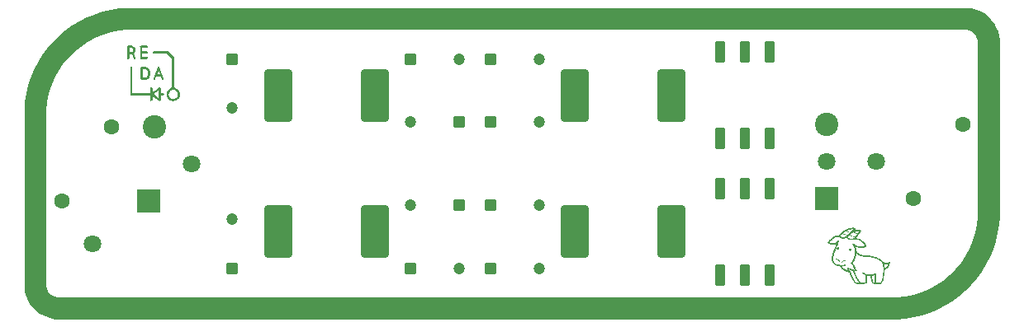
<source format=gts>
G04*
G04 #@! TF.GenerationSoftware,Altium Limited,Altium Designer,22.4.2 (48)*
G04*
G04 Layer_Color=8388736*
%FSLAX44Y44*%
%MOMM*%
G71*
G04*
G04 #@! TF.SameCoordinates,4816D0BE-1F83-4A6B-9D26-C2E6DC4596A5*
G04*
G04*
G04 #@! TF.FilePolarity,Negative*
G04*
G01*
G75*
G04:AMPARAMS|DCode=12|XSize=5.4mm|YSize=2.9mm|CornerRadius=0.3625mm|HoleSize=0mm|Usage=FLASHONLY|Rotation=270.000|XOffset=0mm|YOffset=0mm|HoleType=Round|Shape=RoundedRectangle|*
%AMROUNDEDRECTD12*
21,1,5.4000,2.1750,0,0,270.0*
21,1,4.6750,2.9000,0,0,270.0*
1,1,0.7250,-1.0875,-2.3375*
1,1,0.7250,-1.0875,2.3375*
1,1,0.7250,1.0875,2.3375*
1,1,0.7250,1.0875,-2.3375*
%
%ADD12ROUNDEDRECTD12*%
G04:AMPARAMS|DCode=13|XSize=1.1mm|YSize=2.2mm|CornerRadius=0.1375mm|HoleSize=0mm|Usage=FLASHONLY|Rotation=0.000|XOffset=0mm|YOffset=0mm|HoleType=Round|Shape=RoundedRectangle|*
%AMROUNDEDRECTD13*
21,1,1.1000,1.9250,0,0,0.0*
21,1,0.8250,2.2000,0,0,0.0*
1,1,0.2750,0.4125,-0.9625*
1,1,0.2750,-0.4125,-0.9625*
1,1,0.2750,-0.4125,0.9625*
1,1,0.2750,0.4125,0.9625*
%
%ADD13ROUNDEDRECTD13*%
G04:AMPARAMS|DCode=14|XSize=1.2mm|YSize=1.2mm|CornerRadius=0.15mm|HoleSize=0mm|Usage=FLASHONLY|Rotation=0.000|XOffset=0mm|YOffset=0mm|HoleType=Round|Shape=RoundedRectangle|*
%AMROUNDEDRECTD14*
21,1,1.2000,0.9000,0,0,0.0*
21,1,0.9000,1.2000,0,0,0.0*
1,1,0.3000,0.4500,-0.4500*
1,1,0.3000,-0.4500,-0.4500*
1,1,0.3000,-0.4500,0.4500*
1,1,0.3000,0.4500,0.4500*
%
%ADD14ROUNDEDRECTD14*%
%ADD15C,1.2000*%
G04:AMPARAMS|DCode=16|XSize=1.2mm|YSize=1.2mm|CornerRadius=0.15mm|HoleSize=0mm|Usage=FLASHONLY|Rotation=90.000|XOffset=0mm|YOffset=0mm|HoleType=Round|Shape=RoundedRectangle|*
%AMROUNDEDRECTD16*
21,1,1.2000,0.9000,0,0,90.0*
21,1,0.9000,1.2000,0,0,90.0*
1,1,0.3000,0.4500,0.4500*
1,1,0.3000,0.4500,-0.4500*
1,1,0.3000,-0.4500,-0.4500*
1,1,0.3000,-0.4500,0.4500*
%
%ADD16ROUNDEDRECTD16*%
%ADD17R,2.4000X2.4000*%
%ADD18C,2.4000*%
%ADD19C,1.8000*%
%ADD20C,1.6000*%
G36*
X119635Y121225D02*
X119656D01*
X119676Y121225D01*
X119696Y121225D01*
X119717Y121224D01*
X119737Y121224D01*
X119739Y121224D01*
X119745Y121223D01*
X119749Y121223D01*
X119755Y121223D01*
X119757Y121223D01*
X119757Y121223D01*
X119760Y121222D01*
X119765Y121222D01*
X119770Y121222D01*
X119775Y121222D01*
X119777Y121221D01*
X119777D01*
X119780Y121221D01*
X119785Y121221D01*
X119790Y121220D01*
X119795Y121220D01*
X119798Y121220D01*
X119803Y121219D01*
X119813Y121218D01*
X119823Y121216D01*
X119833Y121215D01*
X119838Y121214D01*
X119838Y121214D01*
Y121214D01*
X125391D01*
X125533Y121220D01*
X125811Y121158D01*
X126063Y121027D01*
X126273Y120836D01*
X126350Y120716D01*
X126350D01*
X126395Y120643D01*
X126464Y120487D01*
X126510Y120322D01*
X126533Y120152D01*
X126532Y120067D01*
X126542Y119837D01*
X126375Y119407D01*
X126050Y119080D01*
X125622Y118911D01*
X125391Y118918D01*
X120801D01*
Y115475D01*
X125391Y115475D01*
X125536Y115485D01*
X125820Y115428D01*
X126079Y115300D01*
X126295Y115108D01*
X126375Y114987D01*
Y114987D01*
X126444Y114875D01*
X126532Y114629D01*
X126569Y114370D01*
X126551Y114108D01*
X126515Y113982D01*
X126515Y113982D01*
X126493Y113898D01*
X126422Y113739D01*
X126326Y113593D01*
X126209Y113463D01*
X126141Y113409D01*
X126061Y113349D01*
X125882Y113258D01*
X125690Y113199D01*
X125492Y113174D01*
X125391Y113180D01*
X125391Y113180D01*
X120801D01*
Y109736D01*
X125391D01*
X125391Y109736D01*
X125534Y109743D01*
X125813Y109682D01*
X126066Y109552D01*
X126278Y109360D01*
X126356Y109240D01*
X126356Y109240D01*
X126423Y109130D01*
X126510Y108887D01*
X126546Y108631D01*
X126528Y108373D01*
X126493Y108249D01*
Y108249D01*
X126471Y108165D01*
X126401Y108007D01*
X126308Y107862D01*
X126193Y107734D01*
X126126Y107679D01*
X126126Y107679D01*
X126048Y107619D01*
X125873Y107527D01*
X125685Y107465D01*
X125490Y107437D01*
X125391Y107440D01*
X125391Y107440D01*
X119653D01*
X119639Y107441D01*
X119633Y107441D01*
X119620Y107441D01*
X119607Y107442D01*
X119593Y107443D01*
X119587Y107443D01*
X119587D01*
X119580Y107443D01*
X119566Y107444D01*
X119553Y107445D01*
X119539Y107446D01*
X119532Y107447D01*
X119532Y107447D01*
X119531Y107447D01*
X119530Y107447D01*
X119529Y107447D01*
X119527Y107448D01*
X119526Y107448D01*
X119526Y107448D01*
X119524Y107448D01*
X119523Y107448D01*
X119521Y107448D01*
X119521Y107449D01*
Y107449D01*
X119515Y107449D01*
X119509Y107450D01*
X119503Y107451D01*
X119497Y107451D01*
X119492Y107452D01*
X119486Y107452D01*
X119484Y107452D01*
X119481Y107453D01*
X119479Y107453D01*
X119476Y107454D01*
X119474Y107454D01*
D01*
X119474D01*
X119474D01*
Y107454D01*
X119468Y107455D01*
X119463Y107456D01*
X119457Y107457D01*
X119451Y107458D01*
X119439Y107460D01*
X119434Y107462D01*
X119428Y107463D01*
X119416Y107465D01*
X119411Y107466D01*
X119405Y107467D01*
X119400Y107468D01*
X119395Y107469D01*
X119389Y107470D01*
X119384Y107471D01*
X119379Y107472D01*
X119373Y107473D01*
X119363Y107476D01*
X119362Y107476D01*
X119361Y107477D01*
X119359Y107478D01*
X119358Y107478D01*
X119357Y107479D01*
X119357Y107479D01*
X119356Y107479D01*
X119355Y107480D01*
X119353Y107480D01*
X119352Y107481D01*
X119351Y107481D01*
X119351Y107481D01*
X119351Y107482D01*
X119349Y107482D01*
X119348Y107483D01*
X119346Y107484D01*
X119345Y107484D01*
X119345Y107484D01*
X119343Y107485D01*
X119342Y107485D01*
X119340Y107486D01*
X119340Y107486D01*
X119339Y107486D01*
X119337Y107487D01*
X119336Y107487D01*
X119334Y107488D01*
X119334Y107488D01*
X119334D01*
X119328Y107490D01*
X119322Y107492D01*
X119317Y107493D01*
X119315Y107494D01*
X119312Y107495D01*
X119309Y107496D01*
X119307Y107497D01*
X119305Y107497D01*
X119305D01*
X119305Y107498D01*
X119303Y107499D01*
X119302Y107499D01*
X119300Y107500D01*
X119300Y107500D01*
X119300D01*
X119299Y107501D01*
X119298Y107501D01*
X119297Y107502D01*
X119295Y107503D01*
X119295Y107503D01*
X119294Y107503D01*
X119293Y107504D01*
X119291Y107505D01*
X119290Y107505D01*
X119289Y107505D01*
X119290D01*
X119289Y107506D01*
X119288Y107506D01*
X119286Y107507D01*
X119285Y107507D01*
X119284Y107508D01*
X119284Y107508D01*
X119284Y107508D01*
X119282Y107508D01*
X119281Y107509D01*
X119280Y107509D01*
X119279Y107509D01*
X119279D01*
X119274Y107511D01*
X119269Y107513D01*
X119263Y107515D01*
X119262Y107515D01*
X119260Y107516D01*
X119257Y107517D01*
X119255Y107519D01*
X119253Y107519D01*
X119253Y107519D01*
X119253Y107519D01*
X119251Y107520D01*
X119250Y107521D01*
X119248Y107522D01*
X119248Y107522D01*
Y107522D01*
X119247Y107522D01*
X119246Y107523D01*
X119244Y107524D01*
X119243Y107524D01*
X119242Y107525D01*
X119242Y107525D01*
X119240Y107526D01*
X119239Y107526D01*
X119237Y107527D01*
X119237Y107527D01*
X119237Y107527D01*
X119236Y107527D01*
X119235Y107528D01*
X119233Y107528D01*
X119232Y107529D01*
X119231Y107529D01*
X119231Y107529D01*
X119231Y107529D01*
X119231D01*
X119231Y107529D01*
X119231Y107529D01*
X119229Y107530D01*
X119228Y107530D01*
X119227Y107531D01*
X119226Y107531D01*
X119226Y107531D01*
X119220Y107533D01*
X119215Y107535D01*
X119210Y107537D01*
X119208Y107537D01*
X119206Y107538D01*
X119203Y107539D01*
X119200Y107540D01*
X119199Y107541D01*
X119199D01*
Y107541D01*
X119198Y107541D01*
X119197Y107542D01*
X119196Y107543D01*
X119194Y107543D01*
X119194Y107544D01*
X119193Y107544D01*
X119192Y107545D01*
X119190Y107545D01*
X119189Y107546D01*
X119188Y107547D01*
X119188Y107547D01*
X119188Y107547D01*
X119186Y107547D01*
X119185Y107548D01*
X119184Y107549D01*
X119183Y107549D01*
X119183Y107549D01*
X119181Y107550D01*
X119180Y107550D01*
X119179Y107551D01*
X119178Y107551D01*
Y107551D01*
X119177Y107551D01*
X119176Y107552D01*
X119175Y107552D01*
X119174Y107553D01*
X119173Y107553D01*
X119168Y107555D01*
X119163Y107557D01*
X119157Y107558D01*
X119156Y107559D01*
X119154Y107560D01*
X119151Y107561D01*
X119149Y107562D01*
X119147Y107563D01*
X119147Y107563D01*
X119145Y107564D01*
X119144Y107564D01*
X119143Y107565D01*
X119142Y107565D01*
X119142Y107566D01*
X119142Y107566D01*
X119140Y107567D01*
X119139Y107567D01*
X119138Y107568D01*
X119137Y107568D01*
X119137Y107569D01*
X119135Y107569D01*
X119134Y107570D01*
X119133Y107570D01*
X119132Y107571D01*
X119132Y107571D01*
X119130Y107571D01*
X119129Y107572D01*
X119128Y107572D01*
X119127Y107573D01*
X119127Y107573D01*
X119125Y107573D01*
X119124Y107574D01*
X119123Y107575D01*
X119122Y107575D01*
X119122Y107575D01*
X119117Y107577D01*
X119112Y107578D01*
X119107Y107580D01*
X119106Y107581D01*
X119103Y107582D01*
X119101Y107583D01*
X119099Y107584D01*
X119097Y107584D01*
X119091Y107588D01*
X119078Y107596D01*
X119066Y107605D01*
X119053Y107613D01*
X119047Y107617D01*
X119046Y107617D01*
X119032Y107627D01*
X119018Y107636D01*
X118999Y107649D01*
X118985Y107659D01*
X118972Y107669D01*
X118953Y107682D01*
X118940Y107692D01*
X118926Y107702D01*
X118908Y107715D01*
X118895Y107724D01*
X118883Y107734D01*
X118866Y107747D01*
X118865Y107748D01*
X118864Y107748D01*
X118863Y107749D01*
X118862Y107750D01*
X118861Y107751D01*
X118861Y107751D01*
X118861Y107751D01*
X118860Y107752D01*
X118859Y107753D01*
X118857Y107754D01*
X118857Y107755D01*
X118857D01*
X118856Y107755D01*
X118855Y107756D01*
X118854Y107758D01*
X118853Y107759D01*
X118853Y107759D01*
X118852Y107760D01*
X118851Y107761D01*
X118850Y107762D01*
X118849Y107763D01*
X118849Y107764D01*
X118849Y107764D01*
X118844Y107769D01*
X118840Y107774D01*
X118840Y107774D01*
X118839Y107775D01*
X118838Y107777D01*
X118836Y107778D01*
X118836Y107778D01*
X118836D01*
X118835Y107779D01*
X118834Y107780D01*
X118833Y107781D01*
X118832Y107782D01*
X118832Y107783D01*
Y107783D01*
X118831Y107784D01*
X118829Y107786D01*
X118827Y107788D01*
X118825Y107790D01*
X118824Y107791D01*
X118823Y107791D01*
X118822Y107792D01*
X118821Y107793D01*
X118820Y107794D01*
X118820Y107794D01*
X118820Y107794D01*
X118819Y107795D01*
X118819Y107796D01*
X118818Y107797D01*
X118817Y107798D01*
X118816Y107798D01*
Y107798D01*
X118816Y107799D01*
X118815Y107800D01*
X118814Y107801D01*
X118813Y107802D01*
X118812Y107803D01*
X118813Y107803D01*
X118812Y107803D01*
X118811Y107804D01*
X118810Y107806D01*
X118809Y107807D01*
X118809Y107808D01*
X118809D01*
X118805Y107812D01*
X118801Y107817D01*
X118798Y107822D01*
X118797Y107822D01*
X118796Y107824D01*
X118795Y107825D01*
X118795Y107826D01*
X118794Y107826D01*
X118794Y107826D01*
X118793Y107827D01*
X118792Y107829D01*
X118790Y107831D01*
X118788Y107833D01*
X118787Y107834D01*
X118787D01*
X118786Y107835D01*
X118785Y107835D01*
X118784Y107836D01*
X118784Y107837D01*
X118783Y107838D01*
X118782Y107838D01*
X118781Y107839D01*
X118780Y107840D01*
X118779Y107841D01*
X118779Y107842D01*
X118779D01*
X118779Y107842D01*
X118778Y107843D01*
X118777Y107844D01*
X118776Y107846D01*
X118775Y107846D01*
Y107846D01*
X118775Y107847D01*
X118774Y107848D01*
X118773Y107849D01*
X118772Y107850D01*
X118771Y107851D01*
X118768Y107856D01*
X118764Y107861D01*
X118760Y107865D01*
X118760Y107866D01*
X118759Y107867D01*
X118758Y107868D01*
X118757Y107869D01*
X118756Y107870D01*
X118756D01*
X118756Y107870D01*
X118756Y107871D01*
X118754Y107873D01*
X118752Y107875D01*
X118750Y107877D01*
X118749Y107878D01*
X118749Y107878D01*
X118748Y107879D01*
X118747Y107880D01*
X118746Y107881D01*
X118746Y107881D01*
X118745Y107881D01*
X118744Y107882D01*
X118743Y107884D01*
X118743Y107885D01*
X118742Y107885D01*
X118742Y107886D01*
X118741Y107887D01*
X118740Y107888D01*
X118739Y107889D01*
X118739Y107890D01*
X118739Y107890D01*
X118738Y107890D01*
X118737Y107891D01*
X118737Y107893D01*
X118736Y107894D01*
X118735Y107894D01*
Y107894D01*
X118732Y107899D01*
X118729Y107904D01*
X118726Y107909D01*
X118725Y107909D01*
X118724Y107910D01*
X118723Y107912D01*
X118723Y107913D01*
X118722Y107913D01*
X118722Y107914D01*
X118720Y107916D01*
X118718Y107918D01*
X118717Y107920D01*
X118716Y107921D01*
X118716Y107921D01*
X118715Y107922D01*
X118715Y107923D01*
X118714Y107925D01*
X118713Y107926D01*
X118712Y107927D01*
Y107927D01*
X118712Y107927D01*
X118712Y107928D01*
X118711Y107929D01*
X118710Y107931D01*
X118709Y107932D01*
X118709Y107933D01*
X118709Y107933D01*
X118709Y107933D01*
X118708Y107934D01*
X118708Y107935D01*
X118707Y107936D01*
X118706Y107937D01*
X118706Y107938D01*
X118706D01*
X118702Y107943D01*
X118699Y107948D01*
X118696Y107953D01*
X118695Y107954D01*
X118694Y107955D01*
X118694Y107956D01*
X118693Y107957D01*
X118693Y107958D01*
Y107958D01*
X118691Y107960D01*
X118689Y107964D01*
X118686Y107969D01*
X118684Y107973D01*
X118683Y107975D01*
X118683D01*
X118683D01*
D01*
X118683Y107975D01*
X118683Y107976D01*
X118682Y107977D01*
X118681Y107977D01*
X118680Y107978D01*
X118680Y107979D01*
Y107979D01*
X118680Y107979D01*
X118679Y107980D01*
X118678Y107981D01*
X118678Y107982D01*
X118677Y107983D01*
Y107983D01*
X118677D01*
X118677Y107983D01*
X118676Y107985D01*
X118675Y107986D01*
X118675Y107987D01*
X118674Y107987D01*
Y107987D01*
X118674Y107988D01*
X118673Y107989D01*
X118672Y107990D01*
X118672Y107992D01*
X118671Y107992D01*
Y107992D01*
X118668Y107997D01*
X118666Y108002D01*
X118663Y108006D01*
X118662Y108007D01*
X118662Y108008D01*
X118661Y108009D01*
X118660Y108011D01*
X118660Y108011D01*
X118659Y108012D01*
X118658Y108014D01*
X118657Y108016D01*
X118655Y108018D01*
X118654Y108019D01*
Y108019D01*
X118654Y108019D01*
X118653Y108021D01*
X118653Y108022D01*
X118652Y108024D01*
X118652Y108025D01*
X118652Y108025D01*
X118651Y108026D01*
X118650Y108027D01*
X118650Y108028D01*
X118649Y108030D01*
X118649Y108031D01*
X118648Y108031D01*
X118648Y108033D01*
X118647Y108034D01*
X118646Y108035D01*
X118646Y108036D01*
X118646Y108036D01*
X118643Y108041D01*
X118640Y108046D01*
X118638Y108051D01*
X118637Y108051D01*
X118637Y108053D01*
X118636Y108054D01*
X118635Y108055D01*
X118635Y108056D01*
X118634Y108058D01*
X118632Y108062D01*
X118630Y108066D01*
X118628Y108071D01*
X118627Y108073D01*
Y108073D01*
X118627Y108074D01*
X118626Y108075D01*
X118625Y108077D01*
X118625Y108078D01*
X118624Y108079D01*
Y108079D01*
X118624Y108080D01*
X118624Y108081D01*
X118623Y108083D01*
X118622Y108084D01*
X118622Y108085D01*
X118622Y108085D01*
X118621Y108087D01*
X118620Y108088D01*
X118620Y108090D01*
X118619Y108090D01*
X118617Y108095D01*
X118615Y108100D01*
X118612Y108105D01*
X118612Y108106D01*
X118611Y108107D01*
X118611Y108108D01*
X118610Y108109D01*
X118610Y108110D01*
X118609Y108112D01*
X118607Y108116D01*
X118605Y108121D01*
X118604Y108125D01*
X118603Y108127D01*
Y108127D01*
X118603Y108128D01*
X118602Y108130D01*
X118602Y108131D01*
X118601Y108133D01*
X118601Y108133D01*
X118600Y108134D01*
X118600Y108136D01*
X118599Y108137D01*
X118599Y108139D01*
X118598Y108139D01*
X118598Y108139D01*
X118598Y108140D01*
X118597Y108141D01*
X118597Y108142D01*
X118596Y108144D01*
X118596Y108145D01*
X118596Y108145D01*
X118591Y108154D01*
X118589Y108159D01*
X118589Y108160D01*
X118588Y108161D01*
X118588Y108162D01*
X118587Y108164D01*
X118587Y108164D01*
X118586Y108167D01*
X118584Y108171D01*
X118583Y108175D01*
X118581Y108179D01*
X118581Y108182D01*
X118581D01*
X118581Y108182D01*
X118580Y108184D01*
X118580Y108186D01*
X118579Y108187D01*
X118579Y108188D01*
D01*
X118579Y108188D01*
X118578Y108190D01*
X118577Y108191D01*
X118577Y108193D01*
X118577Y108194D01*
Y108194D01*
X118575Y108199D01*
X118573Y108204D01*
X118571Y108209D01*
X118569Y108214D01*
X118567Y108219D01*
X118567Y108221D01*
X118565Y108225D01*
X118564Y108229D01*
X118562Y108234D01*
X118562Y108236D01*
X118562Y108237D01*
X118561Y108238D01*
X118561Y108240D01*
X118560Y108241D01*
X118560Y108242D01*
X118560D01*
X118560Y108243D01*
X118560Y108244D01*
X118559Y108246D01*
X118559Y108247D01*
X118559Y108248D01*
X118557Y108253D01*
X118555Y108258D01*
X118553Y108263D01*
X118552Y108268D01*
X118550Y108273D01*
X118550Y108275D01*
X118548Y108279D01*
X118547Y108284D01*
X118546Y108288D01*
X118546Y108290D01*
X118546D01*
X118546Y108291D01*
X118545Y108293D01*
X118545Y108294D01*
X118544Y108296D01*
X118544Y108296D01*
X118544Y108296D01*
X118543Y108302D01*
X118541Y108307D01*
X118540Y108313D01*
X118538Y108317D01*
X118537Y108322D01*
X118536Y108327D01*
X118535Y108329D01*
X118534Y108334D01*
X118533Y108338D01*
X118532Y108342D01*
X118532Y108344D01*
Y108344D01*
X118531Y108351D01*
X118530Y108356D01*
X118528Y108362D01*
X118527Y108367D01*
X118526Y108372D01*
X118525Y108377D01*
X118525Y108379D01*
X118524Y108385D01*
X118523Y108390D01*
X118522Y108396D01*
X118522Y108399D01*
X118521Y108405D01*
X118520Y108411D01*
X118519Y108416D01*
X118518Y108421D01*
X118517Y108426D01*
X118516Y108431D01*
X118516Y108434D01*
X118515Y108439D01*
X118514Y108445D01*
X118513Y108450D01*
X118513Y108453D01*
X118513D01*
X118512Y108459D01*
X118512Y108465D01*
X118511Y108470D01*
X118511Y108475D01*
X118510Y108480D01*
X118510Y108484D01*
X118510Y108490D01*
X118509Y108497D01*
X118509Y108504D01*
X118509Y108507D01*
X118509D01*
X118508Y108516D01*
X118507Y108532D01*
X118506Y108548D01*
X118506Y108564D01*
X118506Y108573D01*
Y108573D01*
X118506Y108574D01*
X118505Y108576D01*
X118505Y108578D01*
X118505Y108580D01*
X118505Y108583D01*
Y120062D01*
X118502Y120290D01*
X118670Y120714D01*
X118988Y121041D01*
X119407Y121222D01*
X119635Y121226D01*
Y121225D01*
D02*
G37*
G36*
X146903Y115480D02*
X146903Y115480D01*
X146952Y115480D01*
X147050Y115471D01*
X147147Y115455D01*
X147242Y115431D01*
X147289Y115414D01*
X147376Y115387D01*
X147539Y115304D01*
X147687Y115196D01*
X147816Y115066D01*
X147870Y114992D01*
X153350Y109512D01*
X153350D01*
X153350Y109512D01*
X153415Y109462D01*
X153531Y109344D01*
X153628Y109211D01*
X153706Y109065D01*
X153733Y108987D01*
X153733Y108987D01*
X153758Y108922D01*
X153792Y108786D01*
X153810Y108648D01*
X153810Y108508D01*
X153802Y108439D01*
Y78074D01*
X153802Y78074D01*
Y78074D01*
X154398Y77971D01*
X155538Y77562D01*
X156588Y76961D01*
X157519Y76186D01*
X158300Y75261D01*
X158908Y74215D01*
X159326Y73078D01*
X159539Y71887D01*
X159541Y71282D01*
X159540Y70830D01*
X159420Y69936D01*
X159185Y69065D01*
X158839Y68232D01*
X158387Y67451D01*
X157838Y66735D01*
X157200Y66097D01*
X156485Y65547D01*
X155704Y65096D01*
X154871Y64749D01*
X153999Y64514D01*
X153105Y64395D01*
X152654Y64393D01*
X152203Y64395D01*
X151309Y64514D01*
X150437Y64749D01*
X149604Y65096D01*
X148823Y65548D01*
X148108Y66097D01*
X147470Y66735D01*
X146920Y67451D01*
X146469Y68232D01*
X146123Y69065D01*
X145888Y69937D01*
X145768Y70831D01*
X145767Y71282D01*
X145767Y71282D01*
X145769Y71887D01*
X145982Y73079D01*
X146400Y74215D01*
X147008Y75262D01*
X147790Y76186D01*
X148720Y76961D01*
X149771Y77562D01*
X150910Y77971D01*
X151507Y78074D01*
Y108109D01*
X146439Y113176D01*
X132927D01*
X132782Y113166D01*
X132499Y113222D01*
X132239Y113351D01*
X132023Y113543D01*
X131943Y113664D01*
X131875Y113776D01*
X131786Y114022D01*
X131749Y114281D01*
X131767Y114542D01*
X131803Y114668D01*
Y114668D01*
X131826Y114753D01*
X131897Y114912D01*
X131992Y115058D01*
X132109Y115188D01*
X132178Y115242D01*
D01*
X132178D01*
Y115242D01*
X132178Y115242D01*
X132258Y115302D01*
X132436Y115393D01*
X132628Y115452D01*
X132827Y115476D01*
X132927Y115471D01*
X146750D01*
X146750Y115471D01*
Y115471D01*
X146750D01*
X146750D01*
D01*
X146757Y115472D01*
X146773Y115474D01*
X146788Y115476D01*
X146803Y115477D01*
X146811Y115478D01*
Y115478D01*
X146811Y115478D01*
X146823Y115479D01*
X146846Y115480D01*
X146868Y115481D01*
X146892Y115482D01*
X146903Y115482D01*
X146903Y115480D01*
D02*
G37*
G36*
X106367Y121221D02*
X106387Y121221D01*
X106408Y121220D01*
X106428Y121220D01*
X106448Y121220D01*
X106469Y121219D01*
X106471Y121219D01*
X106476Y121219D01*
X106481Y121219D01*
X106486Y121218D01*
X106489Y121218D01*
X106489D01*
X106491Y121218D01*
X106496Y121218D01*
X106502Y121217D01*
X106507Y121217D01*
X106509Y121217D01*
X106512Y121216D01*
X106517Y121216D01*
X106522Y121216D01*
X106527Y121215D01*
X106529Y121215D01*
Y121215D01*
X106535Y121214D01*
X106545Y121213D01*
X106555Y121212D01*
X106565Y121210D01*
X106570Y121210D01*
X106570Y121210D01*
Y121210D01*
X109613Y121210D01*
X109619D01*
X109632Y121209D01*
X109645Y121209D01*
X109657Y121209D01*
X109664Y121208D01*
X109664Y121208D01*
X110091Y121202D01*
X110927Y121024D01*
X111712Y120689D01*
X112419Y120208D01*
X113020Y119601D01*
X113492Y118889D01*
X113818Y118099D01*
X113987Y117262D01*
X113988Y116834D01*
X113988Y116834D01*
X113989Y116822D01*
X113988Y116798D01*
X113988Y116773D01*
X113987Y116749D01*
X113986Y116737D01*
X113975Y116270D01*
X113756Y115362D01*
X113350Y114520D01*
X112776Y113784D01*
X112417Y113484D01*
Y113484D01*
Y113484D01*
D01*
X113929Y108942D01*
X113985Y108808D01*
X114021Y108521D01*
X113981Y108234D01*
X113868Y107968D01*
X113778Y107854D01*
X113778Y107854D01*
X113694Y107753D01*
X113489Y107591D01*
X113254Y107475D01*
X113000Y107409D01*
X112869Y107403D01*
X112869Y107403D01*
X112782Y107398D01*
X112608Y107415D01*
X112439Y107459D01*
X112280Y107530D01*
X112206Y107577D01*
Y107577D01*
X112124Y107634D01*
X111981Y107775D01*
X111865Y107939D01*
X111778Y108120D01*
X111752Y108216D01*
Y108216D01*
X111752D01*
X110320Y112512D01*
X110303Y112509D01*
X110268Y112504D01*
X110233Y112500D01*
X110198Y112495D01*
X110181Y112493D01*
X110181Y112493D01*
X110163Y112491D01*
X110128Y112487D01*
X110093Y112484D01*
X110058Y112480D01*
X110041Y112478D01*
X110023Y112477D01*
X109988Y112474D01*
X109952Y112471D01*
X109917Y112468D01*
X109899Y112467D01*
X109863Y112465D01*
X109792Y112461D01*
X109720Y112459D01*
X109648Y112457D01*
X109613Y112457D01*
X107532D01*
Y108584D01*
X107539Y108441D01*
X107478Y108162D01*
X107348Y107908D01*
X107156Y107697D01*
X107036Y107619D01*
X106926Y107552D01*
X106683Y107465D01*
X106427Y107429D01*
X106169Y107446D01*
X106044Y107481D01*
X106044D01*
X105961Y107503D01*
X105803Y107573D01*
X105658Y107667D01*
X105530Y107782D01*
X105475Y107849D01*
Y107849D01*
X105415Y107927D01*
X105323Y108102D01*
X105262Y108290D01*
X105234Y108485D01*
X105237Y108584D01*
Y120062D01*
X105233Y120290D01*
X105402Y120714D01*
X105720Y121041D01*
X106139Y121222D01*
X106367Y121225D01*
Y121221D01*
D02*
G37*
G36*
X110259Y99533D02*
X110589Y99204D01*
X110764Y98773D01*
X110760Y98541D01*
X110760D01*
Y72429D01*
X128909D01*
Y77020D01*
X128906Y77248D01*
X129075Y77672D01*
X129393Y77999D01*
X129812Y78180D01*
X130040Y78184D01*
X130040D01*
X130273Y78187D01*
X130704Y78013D01*
X131033Y77684D01*
X131209Y77252D01*
X131205Y77020D01*
Y77020D01*
X131205D01*
Y73426D01*
X137896Y77886D01*
X137973Y77956D01*
X138149Y78066D01*
X138342Y78142D01*
X138545Y78182D01*
X138649Y78184D01*
X138649Y78184D01*
X138724Y78184D01*
X138874Y78166D01*
X139020Y78129D01*
X139161Y78073D01*
X139227Y78036D01*
X139381Y77952D01*
X139626Y77698D01*
X139783Y77383D01*
X139839Y77035D01*
X139813Y76861D01*
Y72429D01*
X141894Y72429D01*
X142038Y72439D01*
X142322Y72382D01*
X142581Y72254D01*
X142798Y72062D01*
X142877Y71940D01*
X142877D01*
X142946Y71829D01*
X143035Y71583D01*
X143071Y71323D01*
X143053Y71062D01*
X143018Y70936D01*
X143018Y70936D01*
X142995Y70852D01*
X142924Y70693D01*
X142829Y70546D01*
X142711Y70417D01*
X142643Y70363D01*
X142643D01*
X142643Y70363D01*
X142563Y70302D01*
X142385Y70211D01*
X142193Y70153D01*
X141994Y70128D01*
X141894Y70133D01*
Y70133D01*
X139813D01*
Y65713D01*
X139838Y65556D01*
X139801Y65241D01*
X139680Y64947D01*
X139483Y64697D01*
X139354Y64603D01*
Y64603D01*
X139191Y64481D01*
X138801Y64364D01*
X138395Y64387D01*
X138021Y64550D01*
X137874Y64690D01*
X137874D01*
Y64690D01*
X131205Y69136D01*
X131205Y65542D01*
X131212Y65399D01*
X131151Y65121D01*
X131021Y64867D01*
X130830Y64655D01*
X130710Y64578D01*
X130710D01*
X130637Y64533D01*
X130480Y64463D01*
X130314Y64417D01*
X130144Y64394D01*
X130058Y64394D01*
D01*
X130058D01*
X130058D01*
X129827Y64385D01*
X129396Y64553D01*
X129068Y64880D01*
X128900Y65311D01*
X128909Y65542D01*
Y65542D01*
Y70133D01*
X109835Y70133D01*
X109694Y70105D01*
X109407Y70121D01*
X109132Y70207D01*
X108887Y70359D01*
X108787Y70462D01*
X108787D01*
X108685Y70562D01*
X108536Y70806D01*
X108452Y71079D01*
X108437Y71364D01*
X108465Y71505D01*
X108465Y71505D01*
Y98541D01*
X108462Y98769D01*
X108631Y99193D01*
X108948Y99520D01*
X109367Y99701D01*
X109595Y99705D01*
X109595Y99705D01*
X109595Y99704D01*
X109828Y99708D01*
X110259Y99533D01*
D02*
G37*
G36*
X137630Y99703D02*
X137633D01*
X137635Y99703D01*
X137636D01*
X137638Y99703D01*
X137639D01*
X137641Y99703D01*
X137642D01*
X137645Y99703D01*
X137646Y99703D01*
X137648D01*
X137650Y99703D01*
X137652Y99703D01*
X137653Y99703D01*
X137653D01*
X137654Y99703D01*
X137655Y99703D01*
X137657Y99703D01*
X137659Y99703D01*
X137660Y99703D01*
X137660Y99703D01*
X137661Y99702D01*
X137663Y99702D01*
X137665Y99702D01*
X137667Y99702D01*
X137667Y99702D01*
X137668D01*
X137668Y99702D01*
X137670Y99702D01*
X137672Y99702D01*
X137674Y99701D01*
X137675Y99701D01*
X137682Y99700D01*
X137690Y99700D01*
X137697Y99699D01*
X137704Y99698D01*
X137719Y99696D01*
X137720Y99696D01*
X137721Y99696D01*
X137722Y99695D01*
X137723Y99695D01*
X137725Y99695D01*
X137726Y99695D01*
X137727Y99695D01*
X137728Y99695D01*
X137730Y99695D01*
X137907Y99674D01*
X138230Y99527D01*
X138495Y99290D01*
X138675Y98984D01*
X138715Y98811D01*
X138715D01*
X142969Y87466D01*
X143028Y87335D01*
X143074Y87050D01*
X143043Y86763D01*
X142939Y86494D01*
X142854Y86378D01*
Y86378D01*
X142774Y86274D01*
X142575Y86105D01*
X142346Y85981D01*
X142096Y85906D01*
X141966Y85895D01*
X141879Y85886D01*
X141705Y85897D01*
X141535Y85935D01*
X141373Y85999D01*
X141298Y86043D01*
X141214Y86097D01*
X141066Y86231D01*
X140943Y86389D01*
X140850Y86565D01*
X140819Y86660D01*
Y86660D01*
X140819Y86660D01*
X139753Y89503D01*
X135426D01*
X134360Y86660D01*
X134318Y86523D01*
X134164Y86279D01*
X133953Y86084D01*
X133698Y85951D01*
X133558Y85919D01*
X133430Y85894D01*
X133169Y85898D01*
X132915Y85955D01*
X132678Y86062D01*
X132573Y86139D01*
X132573D01*
X132502Y86190D01*
X132379Y86312D01*
X132275Y86452D01*
X132196Y86606D01*
X132168Y86688D01*
Y86688D01*
X132140Y86784D01*
X132116Y86981D01*
X132127Y87181D01*
X132172Y87375D01*
X132211Y87466D01*
Y87466D01*
X132211D01*
X136467Y98816D01*
X136509Y98999D01*
X136705Y99317D01*
X136992Y99557D01*
X137341Y99693D01*
X137528Y99701D01*
Y99702D01*
X137529Y99702D01*
X137531Y99702D01*
X137532Y99702D01*
X137534Y99702D01*
X137535Y99702D01*
X137537Y99702D01*
X137538Y99702D01*
X137540Y99702D01*
X137542Y99702D01*
X137549Y99702D01*
X137553Y99703D01*
X137560Y99703D01*
X137567Y99703D01*
X137575Y99703D01*
X137578Y99703D01*
X137583Y99704D01*
X137592Y99704D01*
X137601Y99704D01*
X137610Y99704D01*
X137614Y99704D01*
X137614Y99704D01*
X137614Y99704D01*
X137630Y99703D01*
D02*
G37*
G36*
X120366Y99705D02*
X120372Y99705D01*
X120377Y99705D01*
X120379Y99705D01*
X120379Y99705D01*
X120382Y99705D01*
X120387Y99705D01*
X120393Y99705D01*
X120398Y99705D01*
X120400Y99704D01*
X120403Y99704D01*
X120408Y99704D01*
X120413Y99704D01*
X120418Y99703D01*
X120421Y99703D01*
X120424Y99703D01*
X120429Y99702D01*
X120434Y99702D01*
X120439Y99701D01*
X120442Y99701D01*
X120442Y99701D01*
X120462Y99699D01*
X120483Y99696D01*
X120504Y99693D01*
X120524Y99690D01*
X120565Y99684D01*
X123245D01*
X123265Y99684D01*
X123275D01*
X123294Y99684D01*
X123314Y99683D01*
X123334Y99682D01*
X123343Y99681D01*
X123873Y99670D01*
X124910Y99445D01*
X125883Y99024D01*
X126758Y98425D01*
X127501Y97668D01*
X128085Y96783D01*
X128489Y95802D01*
X128696Y94762D01*
X128698Y94232D01*
X128698Y94232D01*
X128698Y91363D01*
X128698Y91351D01*
X128698Y91326D01*
X128697Y91302D01*
X128696Y91278D01*
X128695Y91265D01*
X128695D01*
X128684Y90735D01*
X128459Y89698D01*
X128039Y88725D01*
X127439Y87850D01*
X126682Y87106D01*
X125797Y86522D01*
X124816Y86118D01*
X123776Y85911D01*
X123245Y85909D01*
Y85909D01*
X123245Y85909D01*
X123245D01*
Y85909D01*
X120376D01*
X120363Y85910D01*
X120357Y85910D01*
X120344Y85910D01*
X120331Y85911D01*
X120318Y85911D01*
X120312Y85912D01*
Y85912D01*
X120305Y85912D01*
X120291Y85913D01*
X120277Y85914D01*
X120263Y85915D01*
X120256Y85915D01*
Y85915D01*
X120255Y85915D01*
X120254Y85916D01*
X120252Y85916D01*
X120251Y85916D01*
X120250Y85916D01*
X120249Y85916D01*
X120248Y85917D01*
X120246Y85917D01*
X120245Y85917D01*
X120244Y85917D01*
X120238Y85918D01*
X120232Y85919D01*
X120226Y85919D01*
X120220Y85920D01*
X120214Y85920D01*
X120208Y85921D01*
X120206Y85921D01*
X120204Y85922D01*
X120201Y85922D01*
X120197Y85922D01*
X120196Y85923D01*
X120191Y85924D01*
X120186Y85925D01*
X120180Y85926D01*
X120175Y85927D01*
X120170Y85928D01*
X120165Y85929D01*
X120160Y85930D01*
X120154Y85931D01*
X120144Y85934D01*
X120138Y85934D01*
X120132Y85936D01*
X120126Y85937D01*
X120120Y85938D01*
X120114Y85939D01*
X120108Y85940D01*
X120102Y85941D01*
X120096Y85942D01*
X120084Y85944D01*
X120079Y85945D01*
X120074Y85947D01*
X120068Y85948D01*
X120063Y85949D01*
X120058Y85950D01*
X120053Y85951D01*
X120047Y85952D01*
X120042Y85953D01*
X120031Y85955D01*
X120031Y85956D01*
X120029Y85956D01*
X120028Y85957D01*
X120027Y85958D01*
X120026Y85958D01*
X120025Y85959D01*
X120024Y85959D01*
X120022Y85960D01*
X120021Y85961D01*
X120020Y85961D01*
X120020Y85961D01*
X120020Y85961D01*
X120018Y85962D01*
X120017Y85962D01*
X120015Y85963D01*
X120015Y85963D01*
X120014Y85963D01*
X120013Y85964D01*
X120011Y85965D01*
X120010Y85965D01*
X120009Y85965D01*
X120009D01*
X120009Y85965D01*
X120008Y85966D01*
X120007Y85966D01*
X120006Y85967D01*
X120004Y85967D01*
X120003Y85967D01*
X120003Y85967D01*
X119998Y85969D01*
X119992Y85971D01*
X119987Y85973D01*
X119985Y85973D01*
X119983Y85974D01*
X119980Y85975D01*
X119977Y85976D01*
X119976Y85977D01*
Y85977D01*
X119975Y85977D01*
X119974Y85978D01*
X119972Y85979D01*
X119971Y85979D01*
X119970Y85980D01*
Y85980D01*
X119970Y85980D01*
X119968Y85981D01*
X119967Y85982D01*
X119966Y85982D01*
X119965Y85983D01*
X119964Y85983D01*
X119963Y85983D01*
X119962Y85984D01*
X119960Y85985D01*
X119959Y85985D01*
X119959Y85985D01*
X119958Y85986D01*
X119956Y85986D01*
X119955Y85987D01*
X119954Y85987D01*
X119953Y85987D01*
X119952Y85988D01*
X119951Y85988D01*
X119949Y85989D01*
X119949Y85989D01*
D01*
X119943Y85991D01*
X119938Y85993D01*
X119933Y85995D01*
X119931Y85995D01*
X119929Y85996D01*
X119926Y85997D01*
X119923Y85998D01*
X119922Y85999D01*
X119922Y85999D01*
X119921Y85999D01*
X119920Y86000D01*
X119919Y86000D01*
X119918Y86001D01*
X119917Y86002D01*
X119917Y86002D01*
X119917D01*
X119916Y86002D01*
X119915Y86003D01*
X119914Y86003D01*
X119913Y86004D01*
X119912Y86004D01*
X119911Y86005D01*
X119910Y86005D01*
X119909Y86006D01*
X119907Y86006D01*
X119907Y86007D01*
X119906Y86007D01*
X119905Y86007D01*
X119903Y86008D01*
X119902Y86009D01*
X119902Y86009D01*
X119901Y86009D01*
X119900Y86010D01*
X119898Y86010D01*
X119897Y86011D01*
X119896Y86011D01*
Y86011D01*
X119891Y86013D01*
X119886Y86014D01*
X119881Y86016D01*
X119880Y86017D01*
X119877Y86018D01*
X119875Y86019D01*
X119872Y86020D01*
X119871Y86020D01*
X119871Y86020D01*
X119871D01*
X119855Y86030D01*
X119839Y86040D01*
X119818Y86053D01*
X119804Y86063D01*
X119789Y86073D01*
X119770Y86086D01*
X119756Y86095D01*
X119742Y86105D01*
X119723Y86118D01*
X119708Y86128D01*
X119694Y86138D01*
X119676Y86151D01*
X119662Y86160D01*
X119649Y86170D01*
X119632Y86183D01*
X119632Y86184D01*
X119631Y86185D01*
X119629Y86185D01*
X119628Y86186D01*
X119628Y86187D01*
X119627Y86187D01*
X119626Y86188D01*
X119625Y86189D01*
X119624Y86190D01*
X119623Y86191D01*
X119623Y86191D01*
X119622Y86193D01*
X119621Y86194D01*
X119620Y86195D01*
X119619Y86195D01*
X119618Y86196D01*
X119617Y86197D01*
X119616Y86198D01*
X119615Y86200D01*
X119614Y86200D01*
X119610Y86205D01*
X119606Y86210D01*
X119605Y86210D01*
X119604Y86212D01*
X119603Y86213D01*
X119602Y86214D01*
X119601Y86215D01*
X119601D01*
X119601Y86215D01*
X119601Y86215D01*
X119600Y86216D01*
X119599Y86217D01*
X119598Y86219D01*
X119597Y86219D01*
X119596Y86220D01*
X119594Y86222D01*
X119592Y86224D01*
X119590Y86226D01*
X119589Y86227D01*
X119589D01*
X119588Y86227D01*
X119587Y86228D01*
X119586Y86229D01*
X119585Y86230D01*
X119585Y86230D01*
X119584Y86231D01*
X119583Y86232D01*
X119582Y86233D01*
X119581Y86234D01*
X119580Y86234D01*
Y86234D01*
X119580Y86235D01*
X119579Y86236D01*
X119578Y86237D01*
X119577Y86238D01*
X119576Y86239D01*
X119576Y86239D01*
X119575Y86241D01*
X119574Y86242D01*
X119573Y86243D01*
X119572Y86243D01*
X119572Y86243D01*
X119568Y86248D01*
X119564Y86253D01*
X119560Y86258D01*
X119560Y86259D01*
X119559Y86260D01*
X119558Y86261D01*
X119557Y86262D01*
X119556Y86263D01*
X119556D01*
Y86263D01*
X119555Y86264D01*
X119553Y86265D01*
X119551Y86267D01*
X119549Y86269D01*
X119548Y86270D01*
X119548Y86271D01*
X119547Y86271D01*
X119546Y86272D01*
X119545Y86273D01*
X119544Y86274D01*
Y86274D01*
X119544Y86274D01*
X119543Y86275D01*
X119542Y86276D01*
X119541Y86277D01*
X119540Y86278D01*
X119540D01*
X119540Y86278D01*
X119539Y86279D01*
X119538Y86280D01*
X119537Y86282D01*
X119536Y86282D01*
X119536Y86283D01*
X119535Y86284D01*
X119534Y86285D01*
X119533Y86286D01*
X119532Y86287D01*
Y86287D01*
X119529Y86292D01*
X119525Y86297D01*
X119524Y86297D01*
X119523Y86299D01*
X119522Y86300D01*
X119521Y86301D01*
X119521Y86301D01*
X119520Y86302D01*
X119519Y86303D01*
X119518Y86304D01*
X119517Y86305D01*
X119517Y86306D01*
X119517D01*
X119516Y86307D01*
X119514Y86309D01*
X119512Y86311D01*
X119510Y86313D01*
X119509Y86314D01*
X119509Y86314D01*
X119508Y86315D01*
X119507Y86316D01*
X119506Y86317D01*
X119505Y86317D01*
X119505Y86318D01*
X119504Y86319D01*
X119503Y86320D01*
X119502Y86321D01*
X119502Y86321D01*
X119501Y86322D01*
X119500Y86323D01*
X119499Y86324D01*
X119498Y86325D01*
X119498Y86326D01*
X119498Y86326D01*
X119497Y86326D01*
X119497Y86327D01*
X119496Y86329D01*
X119495Y86330D01*
X119494Y86330D01*
Y86330D01*
X119491Y86335D01*
X119487Y86340D01*
X119483Y86345D01*
X119483Y86346D01*
X119482Y86347D01*
X119481Y86348D01*
X119480Y86349D01*
X119480Y86349D01*
X119479Y86350D01*
X119477Y86352D01*
X119475Y86354D01*
X119474Y86356D01*
X119473Y86357D01*
X119473Y86357D01*
X119472Y86357D01*
X119471Y86358D01*
X119471Y86359D01*
X119470Y86360D01*
X119469Y86361D01*
X119469Y86361D01*
X119469Y86361D01*
X119468Y86362D01*
X119467Y86363D01*
X119466Y86364D01*
X119466Y86365D01*
X119466Y86365D01*
Y86365D01*
X119465Y86365D01*
X119465Y86366D01*
X119464Y86368D01*
X119463Y86369D01*
X119462Y86369D01*
Y86369D01*
X119462Y86369D01*
X119462Y86370D01*
X119461Y86371D01*
X119460Y86372D01*
X119459Y86373D01*
X119459Y86374D01*
X119459Y86374D01*
X119459D01*
X119455Y86379D01*
X119452Y86384D01*
X119449Y86388D01*
X119448Y86389D01*
X119447Y86390D01*
X119447Y86391D01*
X119446Y86392D01*
X119445Y86393D01*
X119445Y86394D01*
X119443Y86396D01*
X119441Y86398D01*
X119439Y86399D01*
X119439Y86400D01*
X119438Y86401D01*
X119437Y86402D01*
X119437Y86403D01*
X119436Y86404D01*
X119435Y86404D01*
X119435D01*
X119435Y86404D01*
X119434Y86405D01*
X119433Y86406D01*
X119433Y86408D01*
X119432Y86408D01*
X119432Y86408D01*
X119432Y86409D01*
X119431Y86410D01*
X119430Y86411D01*
X119430Y86412D01*
X119429Y86413D01*
Y86413D01*
X119429Y86413D01*
X119428Y86414D01*
X119427Y86416D01*
X119426Y86417D01*
X119426Y86417D01*
X119426D01*
X119423Y86422D01*
X119420Y86427D01*
X119417Y86432D01*
X119416Y86432D01*
X119415Y86433D01*
X119415Y86435D01*
X119414Y86436D01*
X119413Y86436D01*
X119413D01*
X119413Y86437D01*
X119411Y86439D01*
X119410Y86441D01*
X119408Y86443D01*
X119407Y86444D01*
X119407Y86445D01*
X119406Y86446D01*
X119405Y86448D01*
X119405Y86449D01*
X119404Y86450D01*
X119404Y86450D01*
X119404Y86451D01*
X119403Y86452D01*
X119402Y86454D01*
X119401Y86455D01*
X119401Y86456D01*
X119401D01*
X119401Y86456D01*
X119400Y86458D01*
X119399Y86459D01*
X119398Y86461D01*
X119398Y86461D01*
Y86461D01*
X119395Y86466D01*
X119392Y86471D01*
X119389Y86476D01*
X119388Y86477D01*
X119387Y86478D01*
X119387Y86479D01*
X119386Y86480D01*
X119385Y86481D01*
X119384Y86483D01*
X119382Y86487D01*
X119380Y86492D01*
X119378Y86496D01*
X119377Y86498D01*
X119377D01*
X119376Y86499D01*
X119376Y86501D01*
X119375Y86502D01*
X119374Y86504D01*
X119374Y86504D01*
Y86504D01*
X119374Y86504D01*
X119374Y86505D01*
X119373Y86507D01*
X119372Y86508D01*
X119372Y86509D01*
X119371Y86510D01*
X119371Y86510D01*
X119371Y86511D01*
X119370Y86512D01*
X119370Y86513D01*
X119369Y86515D01*
X119369Y86515D01*
X119369Y86515D01*
X119366Y86521D01*
X119364Y86525D01*
X119361Y86530D01*
X119361Y86531D01*
X119360Y86532D01*
X119360Y86533D01*
X119359Y86535D01*
X119359Y86535D01*
X119358Y86537D01*
X119356Y86542D01*
X119354Y86546D01*
X119352Y86550D01*
X119351Y86552D01*
X119351D01*
X119351Y86553D01*
X119350Y86555D01*
X119350Y86556D01*
X119349Y86558D01*
X119349Y86559D01*
Y86559D01*
X119348Y86559D01*
X119348Y86561D01*
X119347Y86562D01*
X119346Y86564D01*
X119346Y86564D01*
X119346Y86565D01*
X119345Y86566D01*
X119344Y86568D01*
X119344Y86569D01*
X119343Y86570D01*
X119343D01*
X119341Y86575D01*
X119338Y86580D01*
X119336Y86585D01*
X119335Y86585D01*
X119335Y86586D01*
X119334Y86588D01*
X119333Y86589D01*
X119333Y86590D01*
X119333D01*
X119332Y86592D01*
X119330Y86596D01*
X119328Y86600D01*
X119327Y86605D01*
X119326Y86607D01*
X119326Y86607D01*
X119325Y86608D01*
X119325Y86609D01*
X119324Y86611D01*
X119324Y86612D01*
X119323Y86613D01*
X119324D01*
X119323Y86614D01*
X119323Y86615D01*
X119322Y86617D01*
X119321Y86618D01*
X119321Y86619D01*
X119321Y86619D01*
X119320Y86621D01*
X119320Y86622D01*
X119319Y86623D01*
X119319Y86624D01*
X119319Y86624D01*
X119317Y86629D01*
X119315Y86634D01*
X119312Y86639D01*
X119312Y86639D01*
X119312Y86641D01*
X119311Y86642D01*
X119311Y86643D01*
X119310Y86644D01*
X119310Y86646D01*
X119308Y86650D01*
X119306Y86655D01*
X119305Y86659D01*
X119304Y86661D01*
X119304Y86662D01*
X119303Y86664D01*
X119303Y86665D01*
X119302Y86667D01*
X119302Y86667D01*
X119302Y86668D01*
X119301Y86670D01*
X119301Y86671D01*
X119300Y86672D01*
X119300Y86673D01*
X119300Y86673D01*
X119298Y86678D01*
X119296Y86683D01*
X119294Y86688D01*
X119292Y86693D01*
X119292Y86694D01*
X119292Y86695D01*
X119291Y86696D01*
X119291Y86698D01*
X119290Y86698D01*
X119290Y86700D01*
X119288Y86705D01*
X119287Y86709D01*
X119285Y86713D01*
X119285Y86715D01*
X119285D01*
X119285D01*
D01*
X119285Y86715D01*
X119285Y86716D01*
X119284Y86718D01*
X119284Y86719D01*
X119283Y86721D01*
X119283Y86722D01*
X119283D01*
Y86722D01*
X119282Y86727D01*
X119280Y86733D01*
X119278Y86738D01*
X119277Y86743D01*
X119275Y86748D01*
X119274Y86753D01*
X119273Y86755D01*
X119272Y86759D01*
X119271Y86763D01*
X119270Y86768D01*
X119269Y86770D01*
X119269Y86770D01*
X119269Y86772D01*
X119268Y86774D01*
X119268Y86775D01*
X119268Y86776D01*
X119268Y86776D01*
X119266Y86782D01*
X119264Y86787D01*
X119263Y86792D01*
X119262Y86797D01*
X119260Y86802D01*
X119259Y86807D01*
X119259Y86807D01*
X119258Y86809D01*
X119257Y86813D01*
X119256Y86818D01*
X119255Y86822D01*
X119255Y86824D01*
X119254Y86830D01*
X119253Y86836D01*
X119251Y86841D01*
X119250Y86846D01*
X119249Y86851D01*
X119248Y86856D01*
X119248Y86859D01*
X119247Y86864D01*
X119246Y86870D01*
X119245Y86875D01*
X119245Y86878D01*
X119245Y86878D01*
X119244Y86885D01*
X119243Y86890D01*
X119242Y86896D01*
X119241Y86901D01*
X119240Y86905D01*
X119239Y86910D01*
X119239Y86913D01*
X119238Y86919D01*
X119237Y86924D01*
X119236Y86930D01*
X119236Y86933D01*
X119235Y86939D01*
X119235Y86945D01*
X119234Y86950D01*
X119234Y86955D01*
X119233Y86960D01*
X119233Y86963D01*
X119232Y86970D01*
X119232Y86977D01*
X119232Y86983D01*
X119231Y86987D01*
X119231D01*
X119231Y86993D01*
X119231Y86999D01*
X119230Y87004D01*
X119230Y87009D01*
X119230Y87014D01*
X119230Y87016D01*
X119229Y87020D01*
X119229Y87024D01*
X119229Y87027D01*
X119229Y87029D01*
Y87029D01*
X119229D01*
X119229Y87041D01*
X119228Y87049D01*
X119228Y87051D01*
X119228Y87053D01*
X119228Y87055D01*
X119228Y87057D01*
X119228Y87063D01*
X119228Y98321D01*
X119197Y98482D01*
X119227Y98807D01*
X119346Y99111D01*
X119545Y99369D01*
X119677Y99466D01*
X119677Y99466D01*
X119749Y99522D01*
X119911Y99610D01*
X120085Y99671D01*
X120267Y99703D01*
X120359Y99705D01*
X120359Y99705D01*
Y99705D01*
X120361D01*
X120366Y99705D01*
D02*
G37*
G36*
X119949Y85989D02*
X119949Y85989D01*
X119949Y85989D01*
X119949D01*
D02*
G37*
G36*
X142877Y71940D02*
D01*
X142877Y71940D01*
X142877Y71940D01*
D02*
G37*
G36*
X110000Y160000D02*
X110000Y137500D01*
X110000Y137500D01*
X105707Y137395D01*
X97161Y136553D01*
X88739Y134878D01*
X80522Y132385D01*
X72589Y129099D01*
X65016Y125051D01*
X57876Y120281D01*
X51238Y114833D01*
X45167Y108761D01*
X39719Y102124D01*
X34949Y94984D01*
X30901Y87411D01*
X27615Y79478D01*
X25122Y71261D01*
X23447Y62839D01*
X22605Y54293D01*
X22500Y50000D01*
X22501D01*
Y-125000D01*
X11250D01*
X22500Y-125000D01*
X22560Y-126225D01*
X23038Y-128629D01*
X23976Y-130892D01*
X25337Y-132930D01*
X27070Y-134663D01*
X29107Y-136024D01*
X31371Y-136962D01*
X33775Y-137440D01*
X35000Y-137500D01*
X35000Y-137500D01*
X35000Y-160000D01*
X32706Y-160000D01*
X28157Y-159401D01*
X23725Y-158214D01*
X19487Y-156458D01*
X15513Y-154164D01*
X11873Y-151371D01*
X8629Y-148127D01*
X5836Y-144487D01*
X3542Y-140513D01*
X1786Y-136275D01*
X599Y-131843D01*
X-0Y-127294D01*
X-0Y-125000D01*
Y-125000D01*
X0D01*
Y50000D01*
X-0Y54322D01*
X678Y62939D01*
X2030Y71476D01*
X4048Y79882D01*
X6719Y88102D01*
X10027Y96088D01*
X13951Y103790D01*
X18468Y111160D01*
X23548Y118153D01*
X29162Y124726D01*
X35274Y130838D01*
X41847Y136452D01*
X48840Y141532D01*
X56210Y146049D01*
X63912Y149973D01*
X71898Y153281D01*
X80119Y155952D01*
X88524Y157970D01*
X97061Y159322D01*
X105678Y160000D01*
X110000Y160000D01*
D02*
G37*
G36*
X965000Y160000D02*
X967294Y160000D01*
X971843Y159401D01*
X976274Y158214D01*
X980513Y156458D01*
X984487Y154164D01*
X988127Y151371D01*
X991371Y148127D01*
X994164Y144487D01*
X996458Y140513D01*
X998214Y136274D01*
X999401Y131843D01*
X1000000Y127294D01*
X1000000Y125000D01*
X1000000D01*
Y-50000D01*
X1000000D01*
X1000000Y-50000D01*
X1000000Y-54322D01*
X999322Y-62939D01*
X997970Y-71476D01*
X995952Y-79882D01*
X993281Y-88102D01*
X989973Y-96088D01*
X986049Y-103790D01*
X981532Y-111160D01*
X976451Y-118153D01*
X970838Y-124726D01*
X964726Y-130838D01*
X958153Y-136452D01*
X951160Y-141532D01*
X943790Y-146049D01*
X936088Y-149973D01*
X928102Y-153281D01*
X919882Y-155952D01*
X911477Y-157970D01*
X902939Y-159322D01*
X894322Y-160000D01*
X890000Y-160000D01*
Y-160000D01*
X35000D01*
Y-137499D01*
X890000D01*
Y-137500D01*
X890000Y-137500D01*
X894293Y-137395D01*
X902839Y-136553D01*
X911261Y-134878D01*
X919478Y-132385D01*
X927411Y-129099D01*
X934984Y-125051D01*
X942124Y-120281D01*
X948761Y-114833D01*
X954833Y-108761D01*
X960281Y-102124D01*
X965051Y-94984D01*
X969099Y-87411D01*
X972385Y-79478D01*
X974878Y-71261D01*
X976553Y-62839D01*
X977395Y-54293D01*
X977500Y-50000D01*
X1000000Y-50000D01*
X977499D01*
Y125000D01*
X977500D01*
X977440Y126225D01*
X976962Y128629D01*
X976024Y130892D01*
X974663Y132930D01*
X972930Y134663D01*
X970892Y136024D01*
X968628Y136962D01*
X966225Y137440D01*
X965000Y137500D01*
Y137499D01*
X110000D01*
Y160000D01*
X965000D01*
Y160000D01*
D02*
G37*
G36*
X850612Y-66003D02*
X850982Y-66077D01*
X851352Y-66225D01*
X851723Y-66373D01*
X851871Y-66596D01*
Y-66670D01*
X851945Y-66818D01*
Y-67040D01*
Y-67262D01*
Y-67336D01*
X851871Y-67410D01*
X851648Y-67706D01*
X851278Y-68077D01*
X851204Y-68151D01*
X851130Y-68225D01*
X850760Y-68669D01*
X850686Y-68743D01*
X850612Y-68818D01*
Y-68892D01*
X850686D01*
X850760Y-68818D01*
X850982Y-68743D01*
X851056D01*
X851204Y-68669D01*
X851426Y-68595D01*
X851723Y-68521D01*
X851797D01*
X851945Y-68447D01*
X852315Y-68373D01*
X852685Y-68299D01*
X853204Y-68225D01*
X853796Y-68151D01*
X854463Y-68077D01*
X855870D01*
X856315Y-68151D01*
X857204Y-68299D01*
X857574Y-68447D01*
X857870Y-68595D01*
X857944Y-68669D01*
X858018Y-68818D01*
Y-69188D01*
X857944Y-69410D01*
X857796Y-69706D01*
X857648Y-69854D01*
X857500Y-70077D01*
X857278Y-70373D01*
X856907Y-70817D01*
X856463Y-71410D01*
X855870Y-72151D01*
X855130Y-73039D01*
X855056Y-73113D01*
X854982Y-73261D01*
X854685Y-73558D01*
X854389Y-74002D01*
X854019Y-74521D01*
X853500Y-75113D01*
X852908Y-75854D01*
X852167Y-76743D01*
X852982D01*
X853500Y-76817D01*
X853574D01*
X853870Y-76891D01*
X854241Y-76965D01*
X854611Y-77039D01*
X854759D01*
X854982Y-77113D01*
X855278D01*
X855574Y-77187D01*
X855648D01*
X855870Y-77261D01*
X856167Y-77409D01*
X856537Y-77557D01*
X856981Y-77779D01*
X857500Y-78076D01*
X858685Y-78816D01*
X858759Y-78891D01*
X858981Y-79039D01*
X859277Y-79261D01*
X859648Y-79557D01*
X860536Y-80372D01*
X861499Y-81335D01*
X861573Y-81409D01*
X861647Y-81483D01*
X862018Y-81927D01*
X862462Y-82668D01*
X862907Y-83483D01*
Y-83557D01*
X862981Y-83705D01*
X863129Y-84149D01*
X863351Y-84668D01*
Y-84890D01*
Y-85038D01*
X863277Y-85112D01*
X863203Y-85186D01*
X863055Y-85408D01*
X862907Y-85483D01*
X862536Y-85705D01*
X862462Y-85779D01*
X862166Y-85853D01*
X861647Y-86001D01*
X861055Y-86223D01*
X860314Y-86445D01*
X859500Y-86594D01*
X858611Y-86667D01*
X857648Y-86742D01*
X857204D01*
X856759Y-86667D01*
X856167Y-86594D01*
X855426Y-86519D01*
X854685Y-86297D01*
X853870Y-86075D01*
X853056Y-85779D01*
X852908Y-85705D01*
X852685Y-85631D01*
X852389Y-85556D01*
X852241D01*
X852167Y-85631D01*
X852241Y-85853D01*
X852315Y-86223D01*
Y-86297D01*
X852389Y-86371D01*
X852463Y-86667D01*
X852537Y-87038D01*
X852611Y-87112D01*
X852685Y-87408D01*
X852759Y-87853D01*
X852834Y-88297D01*
Y-88371D01*
X852908Y-88445D01*
X852982Y-88890D01*
X853056Y-89334D01*
X853204Y-89704D01*
Y-89778D01*
X853352Y-90000D01*
X853500Y-90371D01*
X853722Y-90741D01*
X853796Y-90815D01*
X853945Y-90963D01*
X854167Y-91186D01*
X854537Y-91556D01*
X854611Y-91630D01*
X854833Y-91778D01*
X855130Y-92000D01*
X855426Y-92222D01*
X855500Y-92297D01*
X855722Y-92371D01*
X856019Y-92593D01*
X856389Y-92815D01*
X856833Y-93111D01*
X857352Y-93408D01*
X858537Y-93852D01*
X858611D01*
X858833Y-93926D01*
X859203Y-94000D01*
X859722Y-94074D01*
X860314Y-94148D01*
X860981Y-94222D01*
X861722D01*
X862610Y-94296D01*
X863425D01*
X863869Y-94370D01*
X864388D01*
X865573Y-94445D01*
X867054Y-94667D01*
X868610Y-94889D01*
X870313Y-95259D01*
X872091Y-95778D01*
X872165D01*
X872313Y-95852D01*
X872535Y-95926D01*
X872831Y-96074D01*
X873646Y-96370D01*
X874683Y-96815D01*
X875868Y-97407D01*
X877127Y-98148D01*
X878312Y-98962D01*
X879423Y-99851D01*
X879498Y-99925D01*
X879646Y-100000D01*
X879868Y-100222D01*
X880164Y-100444D01*
X880831Y-100888D01*
X881497Y-101333D01*
X881571D01*
X881645Y-101407D01*
X882090Y-101555D01*
X882756Y-101703D01*
X883571Y-101851D01*
X884090D01*
X884608Y-101777D01*
X885052Y-101703D01*
X885201Y-101629D01*
X885497Y-101555D01*
X885867Y-101333D01*
X886163Y-101036D01*
X886237Y-100962D01*
X886386Y-100888D01*
X886608Y-100740D01*
X886904D01*
X887052Y-100814D01*
X887274Y-100962D01*
X887423Y-101185D01*
X887497Y-101259D01*
Y-101555D01*
Y-101703D01*
Y-101925D01*
X887423Y-102147D01*
X887348Y-102518D01*
X887274Y-102962D01*
X887126Y-103406D01*
X886904Y-103999D01*
X886830Y-104073D01*
X886756Y-104369D01*
X886534Y-104740D01*
X886312Y-105184D01*
X885719Y-106221D01*
X885349Y-106740D01*
X884978Y-107184D01*
X884904Y-107258D01*
X884608Y-107480D01*
X884164Y-107776D01*
X883645Y-108147D01*
X883497Y-108221D01*
X883201Y-108443D01*
X882831Y-108665D01*
X882460Y-108739D01*
X882386D01*
X882312Y-108813D01*
X882238Y-108961D01*
Y-109036D01*
X882164Y-109184D01*
Y-109554D01*
X882090Y-109998D01*
Y-110072D01*
Y-110147D01*
Y-110369D01*
X882016Y-110665D01*
Y-111406D01*
X881868Y-112369D01*
X881794Y-113406D01*
X881571Y-114591D01*
X881349Y-115776D01*
X881127Y-116961D01*
Y-117109D01*
X881053Y-117479D01*
X880905Y-117998D01*
X880757Y-118664D01*
X880534Y-119405D01*
X880238Y-120220D01*
X879942Y-121034D01*
X879646Y-121775D01*
Y-121849D01*
X879572Y-121997D01*
X879201Y-122516D01*
X879127Y-122590D01*
X878979Y-122738D01*
X878831Y-122960D01*
X878609Y-123182D01*
X878461Y-123256D01*
X878312Y-123405D01*
X878090Y-123627D01*
X871128D01*
X870610Y-123553D01*
X869721D01*
X869350Y-123478D01*
X869128Y-123405D01*
X869054Y-123182D01*
X868980Y-123034D01*
Y-122812D01*
X868832Y-122516D01*
X868758Y-122145D01*
Y-122071D01*
X868684Y-121923D01*
Y-121701D01*
X868536Y-121331D01*
X868388Y-120516D01*
X868091Y-119405D01*
Y-119331D01*
X868017Y-119183D01*
Y-118812D01*
X867943Y-118442D01*
X867869Y-117850D01*
X867721Y-117183D01*
X867573Y-116442D01*
X867425Y-115553D01*
X865351D01*
X865203Y-115479D01*
X864980Y-115405D01*
X864536D01*
X864092Y-115331D01*
Y-115405D01*
Y-115553D01*
Y-115850D01*
Y-116294D01*
Y-116812D01*
Y-117479D01*
Y-118294D01*
Y-119257D01*
Y-119331D01*
Y-119627D01*
Y-120071D01*
Y-120590D01*
Y-121627D01*
X864018Y-122145D01*
Y-122442D01*
Y-122590D01*
Y-122886D01*
X863944Y-123182D01*
X863869Y-123405D01*
X863647Y-123478D01*
X863351Y-123553D01*
X861870D01*
X861277Y-123627D01*
X853130D01*
X852982Y-123553D01*
X852759Y-123405D01*
X852389Y-123256D01*
X852315Y-123182D01*
X852167Y-123108D01*
X851871Y-122886D01*
X851574Y-122590D01*
X851130Y-122145D01*
X850612Y-121627D01*
X850093Y-120886D01*
X849575Y-120071D01*
X849501Y-119923D01*
X849278Y-119627D01*
X848982Y-119109D01*
X848612Y-118368D01*
X848167Y-117479D01*
X847649Y-116442D01*
X847131Y-115257D01*
X846538Y-113924D01*
X846464Y-113776D01*
X846390Y-113480D01*
X846168Y-112887D01*
X845871Y-112146D01*
X845797D01*
X845575Y-111998D01*
X845205Y-111924D01*
X844612Y-111702D01*
X844538D01*
X844390Y-111628D01*
X844168Y-111554D01*
X843872Y-111406D01*
X843057Y-111035D01*
X841946Y-110517D01*
X841872D01*
X841724Y-110369D01*
X841427Y-110295D01*
X841057Y-110072D01*
X840242Y-109702D01*
X839502Y-109184D01*
X839428D01*
X839353Y-109110D01*
X838983Y-108813D01*
X838465Y-108369D01*
X837872Y-107851D01*
X837798Y-107702D01*
X837502Y-107406D01*
X837206Y-106962D01*
X836983Y-106443D01*
Y-106369D01*
X836835Y-106147D01*
X836761Y-105999D01*
X836613Y-105851D01*
X836465Y-105777D01*
X836169Y-105703D01*
X835724Y-105628D01*
X835650D01*
X835280Y-105554D01*
X834836Y-105480D01*
X834243Y-105332D01*
X833576Y-105184D01*
X832836Y-104888D01*
X832095Y-104592D01*
X831428Y-104221D01*
X831354Y-104147D01*
X831132Y-103999D01*
X830762Y-103777D01*
X830391Y-103481D01*
X829947Y-103036D01*
X829503Y-102592D01*
X829058Y-101999D01*
X828688Y-101407D01*
Y-101333D01*
X828614Y-101185D01*
X828466Y-100962D01*
X828392Y-100740D01*
X828095Y-100000D01*
X827947Y-99259D01*
Y-99185D01*
Y-99111D01*
X827873Y-98889D01*
Y-98592D01*
Y-98222D01*
Y-97778D01*
Y-96666D01*
Y-96592D01*
Y-96370D01*
X827947Y-96000D01*
Y-95555D01*
X828021Y-95037D01*
X828095Y-94445D01*
X828318Y-93259D01*
Y-93185D01*
X828392Y-92963D01*
X828540Y-92667D01*
X828688Y-92222D01*
X828836Y-91704D01*
X829058Y-91037D01*
X829651Y-89630D01*
X829725Y-89556D01*
X829799Y-89260D01*
X829947Y-88815D01*
X830169Y-88297D01*
X830465Y-87630D01*
X830762Y-86816D01*
X831132Y-86001D01*
X831503Y-85112D01*
X831577Y-85038D01*
X831651Y-84742D01*
X831799Y-84297D01*
X832021Y-83853D01*
X832243Y-83335D01*
X832391Y-82964D01*
X832465Y-82668D01*
X832539Y-82520D01*
X832465D01*
X832243Y-82594D01*
X832169D01*
X832095Y-82668D01*
X831651Y-82816D01*
X831577D01*
X831428Y-82890D01*
X831132Y-82964D01*
X830762Y-83112D01*
X830317Y-83186D01*
X829725Y-83260D01*
X828318D01*
X828095Y-83186D01*
X827725D01*
X827207Y-83038D01*
X826688Y-82964D01*
X826022Y-82742D01*
X824688Y-82224D01*
X824614D01*
X824540Y-82149D01*
X824170Y-81853D01*
X823800Y-81557D01*
X823651Y-81409D01*
X823577Y-81261D01*
X823503Y-81187D01*
Y-81112D01*
X823577Y-80890D01*
X823800Y-80594D01*
X824170Y-80076D01*
Y-80001D01*
X824318Y-79928D01*
X824466Y-79705D01*
X824688Y-79409D01*
X824985Y-79039D01*
X825355Y-78668D01*
X825799Y-78150D01*
X826392Y-77631D01*
X826466Y-77557D01*
X826688Y-77409D01*
X826910Y-77113D01*
X827281Y-76817D01*
X828095Y-76150D01*
X828466Y-75780D01*
X828836Y-75558D01*
X828910D01*
X829058Y-75409D01*
X829280Y-75261D01*
X829651Y-75113D01*
X830540Y-74669D01*
X831577Y-74224D01*
X831651D01*
X831799Y-74150D01*
X832095Y-74076D01*
X832465Y-74002D01*
X833354Y-73854D01*
X834243Y-73780D01*
X834613D01*
X834836Y-73706D01*
X835132Y-73558D01*
X835206Y-73484D01*
X835502Y-73187D01*
X835724Y-72965D01*
X836021Y-72669D01*
X836465Y-72299D01*
X836909Y-71854D01*
X836983Y-71780D01*
X837206Y-71558D01*
X837502Y-71262D01*
X837872Y-70891D01*
X838909Y-70003D01*
X839946Y-69114D01*
X840020Y-69040D01*
X840168Y-68966D01*
X840464Y-68743D01*
X840835Y-68521D01*
X841650Y-67929D01*
X842538Y-67484D01*
X842612Y-67410D01*
X842909Y-67336D01*
X843427Y-67114D01*
X844020Y-66892D01*
X844834Y-66670D01*
X845797Y-66447D01*
X846908Y-66225D01*
X848093Y-66077D01*
X848242D01*
X848538Y-66003D01*
X848982Y-65929D01*
X850167D01*
X850612Y-66003D01*
D02*
G37*
%LPC*%
G36*
X118579Y108188D02*
X118579Y108188D01*
X118579Y108188D01*
Y108188D01*
D02*
G37*
G36*
X118596Y108145D02*
D01*
Y108145D01*
Y108145D01*
D02*
G37*
G36*
X152667Y75874D02*
X152658D01*
X152624Y75874D01*
X152587Y75873D01*
X152548Y75872D01*
X152452Y75869D01*
X152452D01*
Y75869D01*
X152013Y75851D01*
X151156Y75649D01*
X150354Y75287D01*
X149636Y74779D01*
X149028Y74143D01*
X148552Y73403D01*
X148226Y72586D01*
X148062Y71721D01*
X148063Y71281D01*
Y71281D01*
X148063D01*
X148061Y70828D01*
X148235Y69939D01*
X148580Y69102D01*
X149082Y68348D01*
X149722Y67708D01*
X150476Y67206D01*
X151313Y66860D01*
X152201Y66686D01*
X152654Y66688D01*
X153107Y66686D01*
X153996Y66860D01*
X154833Y67206D01*
X155586Y67708D01*
X156226Y68348D01*
X156728Y69102D01*
X157073Y69939D01*
X157247Y70828D01*
X157245Y71281D01*
X157245Y71281D01*
X157247Y71722D01*
X157084Y72587D01*
X156757Y73405D01*
X156281Y74145D01*
X155672Y74781D01*
X154953Y75289D01*
X154150Y75651D01*
X153293Y75852D01*
X152853Y75869D01*
Y75869D01*
X152806Y75871D01*
X152765Y75872D01*
X152727Y75873D01*
X152727D01*
X152719Y75873D01*
X152701Y75874D01*
X152684Y75874D01*
X152667Y75874D01*
D02*
G37*
G36*
X109818Y118915D02*
X109613Y118914D01*
X107532D01*
Y114753D01*
X109650D01*
X109724Y114756D01*
X109798Y114761D01*
X109872Y114769D01*
X109909Y114775D01*
X109962Y114782D01*
X110068Y114803D01*
X110173Y114828D01*
X110276Y114858D01*
X110327Y114876D01*
X110327D01*
X110333Y114878D01*
X110346Y114883D01*
X110359Y114888D01*
X110371Y114892D01*
X110378Y114895D01*
X110378D01*
X110389Y114900D01*
X110413Y114909D01*
X110437Y114919D01*
X110460Y114930D01*
X110472Y114935D01*
X110478Y114938D01*
X110489Y114943D01*
X110500Y114948D01*
X110511Y114954D01*
X110517Y114957D01*
X110517Y114956D01*
X110517D01*
X110517D01*
D01*
X110522Y114959D01*
X110533Y114965D01*
X110543Y114970D01*
X110554Y114976D01*
X110559Y114978D01*
X110565Y114981D01*
X110575Y114987D01*
X110586Y114992D01*
X110596Y114998D01*
X110601Y115001D01*
X110642Y115023D01*
X110682Y115046D01*
X110762Y115092D01*
X110978Y115234D01*
X111327Y115616D01*
X111571Y116072D01*
X111695Y116574D01*
X111693Y116833D01*
X111695Y117039D01*
X111617Y117442D01*
X111461Y117822D01*
X111234Y118164D01*
X110943Y118455D01*
X110602Y118682D01*
X110221Y118838D01*
X109818Y118915D01*
D02*
G37*
G36*
X137518Y74875D02*
X132127Y71281D01*
X137518Y67687D01*
Y74875D01*
D02*
G37*
G36*
X137590Y95272D02*
X136287Y91798D01*
X138892D01*
X137590Y95272D01*
D02*
G37*
G36*
X123556Y97395D02*
X123245Y97393D01*
X123245D01*
X123245Y97393D01*
X123245Y97393D01*
X121524D01*
Y88211D01*
X123245Y88211D01*
X123556Y88209D01*
X124168Y88328D01*
X124744Y88565D01*
X125262Y88910D01*
X125702Y89350D01*
X126048Y89869D01*
X126285Y90445D01*
X126404Y91056D01*
X126402Y91367D01*
Y94237D01*
X126404Y94548D01*
X126285Y95159D01*
X126048Y95735D01*
X125702Y96253D01*
X125262Y96694D01*
X124744Y97039D01*
X124168Y97276D01*
X123556Y97395D01*
D02*
G37*
G36*
X849501Y-67484D02*
X848538D01*
X847945Y-67558D01*
X847131Y-67706D01*
X847056D01*
X846760Y-67781D01*
X846316Y-67855D01*
X845871Y-67929D01*
X844760Y-68225D01*
X844168Y-68373D01*
X843723Y-68595D01*
X843649D01*
X843501Y-68743D01*
X843353Y-68818D01*
X843205Y-68892D01*
X843131Y-68966D01*
Y-69040D01*
X843205Y-69114D01*
Y-69188D01*
X843353Y-69262D01*
X843649Y-69484D01*
X844020Y-69706D01*
X844168Y-69780D01*
X844390Y-69854D01*
X844834Y-70003D01*
X845205Y-70151D01*
X845353D01*
X845797Y-70225D01*
X846316D01*
X846760Y-70151D01*
X846834Y-70077D01*
X847056Y-69928D01*
X847501Y-69558D01*
X847797Y-69336D01*
X848167Y-68966D01*
X848242Y-68892D01*
X848464Y-68595D01*
X848760Y-68299D01*
X849130Y-68003D01*
X849204Y-67929D01*
X849352Y-67781D01*
X849426Y-67632D01*
X849501Y-67558D01*
Y-67484D01*
D02*
G37*
G36*
X855426Y-69558D02*
X854611D01*
X853945Y-69706D01*
X853500D01*
X853278Y-69780D01*
X852611Y-69854D01*
X851945Y-70077D01*
X851871D01*
X851723Y-70151D01*
X851278Y-70225D01*
X851204Y-70299D01*
X851130D01*
X851056Y-70373D01*
Y-70447D01*
X851204Y-70521D01*
X851352Y-70669D01*
X851574Y-70817D01*
X851871Y-70965D01*
X852241Y-71188D01*
X852315D01*
X852463Y-71262D01*
X852908Y-71410D01*
X853500Y-71558D01*
X854093Y-71706D01*
X854167Y-71632D01*
X854241Y-71558D01*
X854389Y-71410D01*
X854463Y-71336D01*
X854611Y-71188D01*
X854759Y-70965D01*
X854982Y-70669D01*
X855056Y-70595D01*
X855204Y-70447D01*
X855500Y-70151D01*
X855870Y-69780D01*
X855796Y-69706D01*
X855426Y-69558D01*
D02*
G37*
G36*
X842242Y-69336D02*
X842168Y-69410D01*
X842020Y-69484D01*
X841724Y-69706D01*
X841353Y-70003D01*
X841279Y-70077D01*
X841131Y-70151D01*
X840613Y-70595D01*
X840539Y-70669D01*
X840316Y-70817D01*
X840094Y-70965D01*
X839872Y-71188D01*
X839798D01*
X839724Y-71262D01*
X839502Y-71410D01*
X839205Y-71632D01*
X839279Y-71706D01*
X839502Y-71780D01*
X839798Y-72002D01*
X840242Y-72225D01*
X840390Y-72299D01*
X840761Y-72373D01*
X841279Y-72595D01*
X841872Y-72743D01*
X842020D01*
X842390Y-72817D01*
X842909Y-72891D01*
X843501Y-72965D01*
X843649D01*
X843946Y-72817D01*
X844020D01*
X844168Y-72743D01*
X844538Y-72521D01*
X844612D01*
X844686Y-72373D01*
X845057Y-72076D01*
X845131Y-72002D01*
X845279Y-71854D01*
X845501Y-71632D01*
X845649Y-71484D01*
X845723D01*
X845797Y-71336D01*
X845945Y-71188D01*
X846168Y-70965D01*
X845723D01*
X845427Y-70891D01*
X844983Y-70817D01*
X844464Y-70595D01*
X844316Y-70521D01*
X843946Y-70373D01*
X843501Y-70151D01*
X843057Y-69928D01*
X842983D01*
X842835Y-69780D01*
X842538Y-69632D01*
X842242Y-69336D01*
D02*
G37*
G36*
X850389Y-70595D02*
X850315D01*
X850167Y-70669D01*
X849945Y-70817D01*
X849575Y-71040D01*
X849501D01*
X849352Y-71114D01*
X849056Y-71262D01*
X848686Y-71484D01*
X848612Y-71558D01*
X848390Y-71632D01*
X848093Y-71854D01*
X847723Y-72076D01*
X847649Y-72151D01*
X847501Y-72225D01*
X847205Y-72447D01*
X846834Y-72743D01*
X846982Y-72817D01*
X847279Y-73187D01*
X847427Y-73336D01*
X847723Y-73632D01*
X848242Y-74002D01*
X848834Y-74298D01*
X848908D01*
X848982Y-74373D01*
X849426Y-74521D01*
X850093Y-74669D01*
X850908Y-74743D01*
X851871D01*
X851945Y-74669D01*
X852093Y-74447D01*
X852389Y-74076D01*
X852759Y-73632D01*
X852834Y-73484D01*
X853056Y-73261D01*
X853278Y-72891D01*
X853426Y-72669D01*
Y-72595D01*
X853500Y-72521D01*
Y-72447D01*
X853426Y-72373D01*
X853352Y-72299D01*
X853204Y-72225D01*
X852908D01*
X852685Y-72151D01*
X852315Y-72002D01*
X851871Y-71780D01*
X851723Y-71706D01*
X851500Y-71558D01*
X851130Y-71336D01*
X850834Y-71114D01*
X850760Y-70965D01*
X850612Y-70817D01*
X850389Y-70595D01*
D02*
G37*
G36*
X838687Y-72225D02*
X838613Y-72299D01*
X838391Y-72521D01*
X838094Y-72817D01*
X837576Y-73336D01*
X837502Y-73410D01*
X837280Y-73558D01*
X836983Y-73854D01*
X836761Y-74076D01*
Y-74150D01*
X836687Y-74224D01*
X836613Y-74447D01*
Y-74595D01*
X836761Y-74743D01*
X836983Y-74891D01*
X837428Y-75113D01*
X837502D01*
X837576Y-75187D01*
X837872Y-75335D01*
X838317Y-75483D01*
X838687Y-75706D01*
X838761D01*
X839057Y-75780D01*
X840094D01*
X840168Y-75706D01*
X840539Y-75632D01*
X840983Y-75483D01*
X841353Y-75335D01*
X841427D01*
X841501Y-75261D01*
X841724Y-75113D01*
X842020Y-74965D01*
X842094Y-74891D01*
X842242Y-74743D01*
X842612Y-74298D01*
X842686Y-74224D01*
X842761Y-74150D01*
X843057Y-73928D01*
X843353Y-73632D01*
X842761D01*
X842464Y-73558D01*
X842020Y-73484D01*
X841353Y-73336D01*
X841279D01*
X841205Y-73261D01*
X840761Y-73113D01*
X840168Y-72891D01*
X839650Y-72669D01*
X839576D01*
X839428Y-72521D01*
X839057Y-72447D01*
X838687Y-72225D01*
D02*
G37*
G36*
X846094Y-73187D02*
X846020Y-73261D01*
X845871Y-73410D01*
X845575Y-73780D01*
X845205Y-74150D01*
X845131Y-74298D01*
X844834Y-74521D01*
X844612Y-74817D01*
X844464Y-75039D01*
X844390Y-75113D01*
X844464Y-75261D01*
X844538Y-75483D01*
X844612Y-75632D01*
X844834Y-76002D01*
X845353Y-76446D01*
X846020Y-76817D01*
X846094D01*
X846242Y-76891D01*
X846464Y-76965D01*
X846760Y-77039D01*
X847501Y-77187D01*
X849278D01*
X849871Y-77113D01*
X849945Y-77039D01*
X850019Y-76891D01*
X850241Y-76669D01*
X850537Y-76372D01*
X850612Y-76298D01*
X850686Y-76224D01*
X850982Y-75854D01*
X851056Y-75780D01*
X851130Y-75632D01*
X851204Y-75558D01*
Y-75483D01*
Y-75409D01*
X850834D01*
X850760Y-75335D01*
X850093D01*
X849649Y-75261D01*
X849056Y-75113D01*
X848390Y-74891D01*
X848316D01*
X848242Y-74817D01*
X847871Y-74595D01*
X847353Y-74298D01*
X846834Y-73854D01*
X846760Y-73780D01*
X846612Y-73706D01*
X846390Y-73484D01*
X846094Y-73187D01*
D02*
G37*
G36*
X834095Y-75335D02*
X833428D01*
X833132Y-75409D01*
X832836Y-75483D01*
X832391Y-75632D01*
X831873Y-75780D01*
X831280Y-76002D01*
X830614Y-76298D01*
X830540D01*
X830391Y-76446D01*
X830095Y-76595D01*
X829725Y-76891D01*
X829280Y-77261D01*
X828688Y-77705D01*
X828021Y-78224D01*
X827281Y-78816D01*
X827207Y-78891D01*
X826984Y-79113D01*
X826688Y-79409D01*
X826392Y-79779D01*
X826022Y-80150D01*
X825799Y-80446D01*
X825651Y-80742D01*
Y-80890D01*
X825725D01*
X825873Y-81039D01*
X826244Y-81187D01*
X826836Y-81335D01*
X826984D01*
X827429Y-81483D01*
X827947Y-81557D01*
X828540Y-81631D01*
X829577D01*
X830540Y-81483D01*
X831058Y-81335D01*
X831577Y-81112D01*
X831651D01*
X831799Y-80964D01*
X832021Y-80816D01*
X832317Y-80668D01*
X832984Y-80001D01*
X833354Y-79631D01*
X833725Y-79113D01*
Y-79039D01*
X833799Y-78965D01*
X834095Y-78668D01*
X834391Y-78446D01*
X834613Y-78298D01*
X834910D01*
X835132Y-78372D01*
X835354Y-78520D01*
X835428Y-78742D01*
Y-78965D01*
Y-79039D01*
Y-79113D01*
X835354Y-79335D01*
X835280Y-79631D01*
X835132Y-80001D01*
X834910Y-80520D01*
X834687Y-81187D01*
Y-81261D01*
X834539Y-81557D01*
X834391Y-81927D01*
X834169Y-82446D01*
X833947Y-83112D01*
X833650Y-83853D01*
X832984Y-85556D01*
Y-85631D01*
X832910Y-85779D01*
X832836Y-86001D01*
X832688Y-86297D01*
X832391Y-87112D01*
X831947Y-88001D01*
Y-88075D01*
X831873Y-88223D01*
X831799Y-88445D01*
X831651Y-88741D01*
X831428Y-89408D01*
X831132Y-90075D01*
X831058Y-90223D01*
X830910Y-90667D01*
X830614Y-91260D01*
X830317Y-92074D01*
X830021Y-92963D01*
X829725Y-94000D01*
X829503Y-94963D01*
X829355Y-96000D01*
Y-96148D01*
Y-96444D01*
X829280Y-96963D01*
X829355Y-97555D01*
Y-98296D01*
X829503Y-99037D01*
X829651Y-99777D01*
X829947Y-100518D01*
Y-100592D01*
X830021Y-100740D01*
X830169Y-100962D01*
X830317Y-101259D01*
X830762Y-101925D01*
X831428Y-102592D01*
X831503D01*
X831651Y-102666D01*
X831873Y-102814D01*
X832169Y-102962D01*
X832984Y-103406D01*
X834021Y-103777D01*
X834169D01*
X834465Y-103925D01*
X834910Y-103999D01*
X835354Y-104073D01*
X835872D01*
X836539Y-104147D01*
X839650D01*
X840020Y-104073D01*
X840983D01*
X841205Y-103999D01*
X841575Y-104073D01*
X841872Y-104147D01*
X841946D01*
X842020Y-104295D01*
X842094Y-104517D01*
X842168Y-104814D01*
Y-104888D01*
X842094Y-105036D01*
X841946Y-105258D01*
X841650Y-105406D01*
X841575D01*
X841279Y-105480D01*
X841057Y-105554D01*
X840761D01*
X840390Y-105628D01*
X839205D01*
X838835Y-105703D01*
X838761D01*
X838613Y-105777D01*
X838465Y-105851D01*
X838391D01*
Y-105925D01*
X838465Y-105999D01*
X838613Y-106221D01*
X838909Y-106591D01*
X838983Y-106665D01*
X839279Y-106962D01*
X839650Y-107332D01*
X840094Y-107702D01*
X840242Y-107776D01*
X840390Y-107851D01*
X840613Y-107999D01*
X840909Y-108221D01*
X841279Y-108443D01*
X841798Y-108739D01*
X842390Y-109036D01*
X842464Y-109110D01*
X842686Y-109184D01*
X842909Y-109332D01*
X843279Y-109480D01*
X843872Y-109850D01*
X844168Y-109924D01*
X844316Y-109998D01*
Y-109924D01*
Y-109776D01*
X844242Y-109628D01*
X844168Y-109480D01*
X844020Y-109258D01*
Y-109184D01*
X843946Y-108887D01*
X843872Y-108517D01*
X843798Y-107999D01*
Y-107925D01*
Y-107702D01*
Y-107406D01*
X843946Y-107184D01*
X844020Y-107110D01*
X844242Y-107036D01*
X844538Y-106962D01*
X845057D01*
X845131Y-107036D01*
X845575Y-107184D01*
X846242Y-107480D01*
X847205Y-107925D01*
X847279D01*
X847353Y-107999D01*
X847797Y-108221D01*
X848316Y-108443D01*
X848834Y-108665D01*
X848908D01*
X848982Y-108739D01*
X849352Y-108813D01*
X849797Y-108961D01*
X850241Y-109110D01*
X850315D01*
X850537Y-109184D01*
X850982Y-109258D01*
X851278D01*
Y-109184D01*
X851130Y-108961D01*
X850982Y-108517D01*
Y-108443D01*
X850908Y-108369D01*
X850760Y-107925D01*
X850389Y-107332D01*
X850019Y-106517D01*
Y-106443D01*
X849871Y-106295D01*
X849797Y-105999D01*
X849575Y-105628D01*
X849204Y-104888D01*
X848982Y-104517D01*
X848834Y-104221D01*
X848760Y-104147D01*
X848538Y-103851D01*
X848316Y-103555D01*
X848019Y-103184D01*
X847945Y-103110D01*
X847797Y-103036D01*
X847427Y-102666D01*
Y-102592D01*
X847353Y-102518D01*
X847279Y-102370D01*
Y-102296D01*
Y-102147D01*
X847353Y-101999D01*
X847427Y-101777D01*
X847501Y-101703D01*
X847575Y-101555D01*
X847945Y-101110D01*
X848019Y-101036D01*
X848167Y-100814D01*
X848390Y-100518D01*
X848612Y-100148D01*
X848908Y-99629D01*
X849278Y-99111D01*
X849871Y-97851D01*
X849945Y-97778D01*
X850019Y-97555D01*
X850167Y-97185D01*
X850389Y-96741D01*
X850537Y-96222D01*
X850760Y-95630D01*
X851130Y-94370D01*
Y-94296D01*
X851204Y-94148D01*
X851278Y-93852D01*
X851352Y-93482D01*
Y-92963D01*
X851426Y-92371D01*
X851500Y-91704D01*
Y-90963D01*
Y-90889D01*
Y-90593D01*
Y-90223D01*
X851426Y-89704D01*
X851352Y-88667D01*
X851278Y-88075D01*
X851130Y-87630D01*
Y-87556D01*
X851056Y-87408D01*
Y-87186D01*
X850982Y-86890D01*
X850760Y-86149D01*
X850389Y-85260D01*
Y-85186D01*
X850315Y-85038D01*
X850019Y-84594D01*
X849649Y-84001D01*
X849278Y-83335D01*
X849204Y-83186D01*
X848982Y-82890D01*
X848686Y-82520D01*
X848538Y-82149D01*
Y-82075D01*
Y-81853D01*
Y-81631D01*
X848686Y-81409D01*
X848760Y-81335D01*
X848908Y-81261D01*
X849130Y-81187D01*
X849426Y-81261D01*
X849501D01*
X849723Y-81409D01*
X850019Y-81631D01*
X850389Y-82075D01*
X850463Y-82149D01*
X850686Y-82372D01*
X851130Y-82668D01*
X851648Y-83112D01*
X852241Y-83557D01*
X852982Y-84001D01*
X853722Y-84372D01*
X854611Y-84742D01*
X854685D01*
X855056Y-84816D01*
X855500Y-84964D01*
X856093Y-85038D01*
X856833Y-85112D01*
X858537D01*
X859426Y-84964D01*
X859500D01*
X859574Y-84890D01*
X860018Y-84816D01*
X860536Y-84742D01*
X860981Y-84594D01*
X861055D01*
X861277Y-84520D01*
X861499Y-84372D01*
X861573Y-84297D01*
Y-84223D01*
X861499Y-84075D01*
X861277Y-83705D01*
X860907Y-83186D01*
Y-83112D01*
X860833Y-83038D01*
X860536Y-82668D01*
X860092Y-82149D01*
X859648Y-81631D01*
X859574Y-81557D01*
X859500Y-81483D01*
X859055Y-81112D01*
X858463Y-80520D01*
X857648Y-79928D01*
X857574Y-79853D01*
X857426Y-79779D01*
X857278Y-79631D01*
X856981Y-79483D01*
X856315Y-79113D01*
X855574Y-78816D01*
X855426Y-78742D01*
X855130Y-78668D01*
X854759Y-78594D01*
X854315Y-78520D01*
X851352D01*
X850537Y-78594D01*
X846242D01*
X846020Y-78520D01*
X845723Y-78446D01*
X845279Y-78298D01*
X845205Y-78224D01*
X844909Y-78076D01*
X844538Y-77779D01*
X844094Y-77483D01*
X844020Y-77409D01*
X843798Y-77187D01*
X843575Y-76891D01*
X843353Y-76520D01*
X843279Y-76446D01*
X843205Y-76372D01*
X842835D01*
X842612Y-76520D01*
X842168Y-76669D01*
X842094Y-76743D01*
X841798Y-76817D01*
X841501Y-76965D01*
X841131Y-77113D01*
X841057D01*
X840761Y-77187D01*
X840390D01*
X839946Y-77261D01*
X838687D01*
X838020Y-77113D01*
X837872Y-77039D01*
X837502Y-76891D01*
X836909Y-76595D01*
X836169Y-76150D01*
X836095Y-76076D01*
X835947Y-76002D01*
X835650Y-75854D01*
X835354Y-75706D01*
X834539Y-75483D01*
X834095Y-75335D01*
D02*
G37*
G36*
X882016Y-103184D02*
X881794D01*
Y-103333D01*
Y-103481D01*
X881868Y-103555D01*
Y-103777D01*
X881942Y-104073D01*
Y-104221D01*
X882016Y-104517D01*
Y-104888D01*
X882090Y-105406D01*
Y-105554D01*
X882164Y-105925D01*
Y-106295D01*
X882238Y-106665D01*
Y-106740D01*
X882312Y-106888D01*
Y-107110D01*
X882386Y-107184D01*
X882460D01*
X882608Y-107110D01*
X882831Y-106962D01*
X882905D01*
X882979Y-106888D01*
X883275Y-106591D01*
X883349Y-106517D01*
X883645Y-106369D01*
X883941Y-105999D01*
X884386Y-105480D01*
X884460Y-105332D01*
X884756Y-105036D01*
X884978Y-104517D01*
X885275Y-103925D01*
X885349Y-103777D01*
X885423Y-103629D01*
X885497Y-103333D01*
X882979D01*
X882682Y-103258D01*
X882164D01*
X882016Y-103184D01*
D02*
G37*
G36*
X853130Y-92371D02*
X853056D01*
Y-92445D01*
Y-92519D01*
X852982Y-92815D01*
Y-92889D01*
X852908Y-93037D01*
Y-93334D01*
X852834Y-93704D01*
Y-93778D01*
X852759Y-94000D01*
X852685Y-94370D01*
X852611Y-94815D01*
X852463Y-95407D01*
X852241Y-96074D01*
X851723Y-97555D01*
Y-97629D01*
X851574Y-97851D01*
X851426Y-98222D01*
X851204Y-98740D01*
X850908Y-99259D01*
X850537Y-99925D01*
X849797Y-101185D01*
X849723Y-101259D01*
X849649Y-101407D01*
X849426Y-101703D01*
X849204Y-102073D01*
X849278Y-102147D01*
X849352Y-102296D01*
X849575Y-102518D01*
X849797Y-102888D01*
X849871Y-102962D01*
X849945Y-103110D01*
X850167Y-103406D01*
X850389Y-103777D01*
X850463Y-103851D01*
X850537Y-104147D01*
X850760Y-104444D01*
X850908Y-104814D01*
X850982Y-104888D01*
X851056Y-105110D01*
X851204Y-105406D01*
X851352Y-105777D01*
X851723Y-106591D01*
X851871Y-106962D01*
X852019Y-107258D01*
X852093Y-107332D01*
X852241Y-107628D01*
X852537Y-108073D01*
X852908Y-108591D01*
X852982Y-108665D01*
X853056Y-108813D01*
X853426Y-109258D01*
Y-109332D01*
X853500Y-109480D01*
X853574Y-109702D01*
Y-109850D01*
Y-109924D01*
X853500Y-109998D01*
X853426Y-110221D01*
X853204Y-110369D01*
X853130D01*
X852908Y-110517D01*
X852537Y-110591D01*
X852019Y-110739D01*
X851871D01*
X851648Y-110813D01*
X851426Y-110887D01*
X851278Y-111109D01*
Y-111184D01*
X851352Y-111258D01*
X851426Y-111480D01*
X851574Y-111776D01*
X851723Y-112220D01*
X852019Y-112813D01*
X852315Y-113554D01*
X852389Y-113702D01*
X852537Y-113998D01*
X852834Y-114591D01*
X853130Y-115257D01*
X853500Y-115998D01*
X853945Y-116887D01*
X854463Y-117701D01*
X854908Y-118516D01*
X854982Y-118590D01*
X855130Y-118812D01*
X855352Y-119183D01*
X855648Y-119627D01*
X856315Y-120590D01*
X856611Y-120960D01*
X856981Y-121331D01*
X857055Y-121405D01*
X857130Y-121553D01*
X857426Y-121775D01*
X857722Y-122071D01*
X862536D01*
Y-121997D01*
Y-121849D01*
Y-121553D01*
Y-121108D01*
Y-120664D01*
Y-119997D01*
Y-119257D01*
Y-118442D01*
Y-118368D01*
Y-118294D01*
Y-117850D01*
Y-117257D01*
Y-116590D01*
Y-116516D01*
Y-116442D01*
Y-116072D01*
Y-115479D01*
Y-114813D01*
X862462D01*
X862314Y-114665D01*
X861944Y-114591D01*
X861573Y-114368D01*
X861499D01*
X861425Y-114294D01*
X861055Y-114072D01*
X860536Y-113776D01*
X859944Y-113406D01*
X859796Y-113257D01*
X859500Y-112961D01*
X859055Y-112591D01*
X858759Y-112295D01*
Y-112220D01*
X858685Y-112146D01*
X858611Y-112072D01*
X858537Y-111924D01*
Y-111850D01*
Y-111776D01*
X858685Y-111480D01*
X858759Y-111406D01*
X858833Y-111258D01*
X859055Y-111109D01*
X859426D01*
X859648Y-111184D01*
X859944Y-111406D01*
X860462Y-111776D01*
X860611Y-111850D01*
X860907Y-112146D01*
X861425Y-112517D01*
X862018Y-112887D01*
X862092D01*
X862166Y-112961D01*
X862610Y-113183D01*
X863203Y-113480D01*
X863944Y-113702D01*
X864018D01*
X864240Y-113776D01*
X864536D01*
X864980Y-113850D01*
X865499Y-113924D01*
X867943D01*
X868239Y-113850D01*
X868684D01*
X869202Y-113702D01*
X870461Y-113480D01*
X871054Y-113331D01*
X871572Y-113109D01*
X871646Y-113035D01*
X871795Y-112961D01*
X872239Y-112813D01*
X872313D01*
X872387Y-112739D01*
X872757D01*
X872906Y-112887D01*
X873054Y-113183D01*
X873202Y-113628D01*
Y-113702D01*
Y-113776D01*
Y-114072D01*
X873276Y-114591D01*
Y-115257D01*
X873350Y-116146D01*
Y-116739D01*
Y-117331D01*
X873424Y-118072D01*
Y-118886D01*
Y-118961D01*
Y-119109D01*
Y-119331D01*
Y-119701D01*
Y-120146D01*
Y-120664D01*
X873498Y-121331D01*
Y-122071D01*
X876535D01*
X877053Y-121997D01*
X877646D01*
X877794Y-121923D01*
X877868D01*
X878016Y-121775D01*
X878312Y-121405D01*
X878461Y-121182D01*
X878609Y-120812D01*
Y-120738D01*
X878683Y-120590D01*
X878757Y-120368D01*
X878905Y-120071D01*
X879127Y-119405D01*
X879423Y-118516D01*
Y-118442D01*
X879498Y-118146D01*
X879572Y-117775D01*
X879720Y-117183D01*
X879868Y-116590D01*
X879942Y-115924D01*
X880164Y-114368D01*
Y-114294D01*
X880238Y-113998D01*
X880312Y-113554D01*
X880386Y-112961D01*
X880460Y-112220D01*
X880534Y-111406D01*
Y-110443D01*
X880609Y-109480D01*
Y-109406D01*
Y-109332D01*
Y-109110D01*
Y-108813D01*
Y-108147D01*
Y-107258D01*
X880534Y-106295D01*
X880460Y-105406D01*
X880386Y-104592D01*
X880238Y-103925D01*
Y-103851D01*
X880164Y-103703D01*
X880016Y-103406D01*
X879868Y-102962D01*
X879646Y-102518D01*
X879275Y-101999D01*
X878905Y-101481D01*
X878387Y-100888D01*
X878312Y-100814D01*
X878164Y-100666D01*
X877868Y-100444D01*
X877498Y-100073D01*
X876979Y-99703D01*
X876387Y-99333D01*
X875720Y-98889D01*
X874979Y-98518D01*
X874905Y-98444D01*
X874609Y-98370D01*
X874165Y-98148D01*
X873646Y-97926D01*
X872906Y-97703D01*
X872091Y-97407D01*
X871202Y-97111D01*
X870239Y-96815D01*
X870165D01*
X869943Y-96741D01*
X869573Y-96666D01*
X869128Y-96518D01*
X868536Y-96444D01*
X867943Y-96296D01*
X866610Y-96074D01*
X866536D01*
X866314Y-96000D01*
X865943D01*
X865425Y-95926D01*
X864832D01*
X864166Y-95852D01*
X863351Y-95778D01*
X862092D01*
X861796Y-95704D01*
X861055D01*
X860240Y-95630D01*
X860092D01*
X859648Y-95555D01*
X859055Y-95407D01*
X858537Y-95333D01*
X858463D01*
X858315Y-95259D01*
X858092D01*
X857796Y-95111D01*
X856981Y-94889D01*
X856019Y-94445D01*
X855944D01*
X855796Y-94296D01*
X855574Y-94148D01*
X855278Y-94000D01*
X854611Y-93556D01*
X853945Y-93037D01*
X853870Y-92963D01*
X853722Y-92889D01*
X853352Y-92593D01*
Y-92519D01*
X853204Y-92445D01*
X853130Y-92371D01*
D02*
G37*
G36*
X871498Y-114813D02*
X871276D01*
X871054Y-114887D01*
X870980D01*
X870758Y-114961D01*
X870461Y-115035D01*
X870165Y-115109D01*
X870091D01*
X869869Y-115183D01*
X869573Y-115257D01*
X869276Y-115405D01*
X869202D01*
X869128Y-115479D01*
X869054Y-115553D01*
X868980Y-115702D01*
Y-115776D01*
Y-115924D01*
X869054Y-116146D01*
X869128Y-116516D01*
X869202Y-117035D01*
X869350Y-117775D01*
X869573Y-118738D01*
Y-118886D01*
X869647Y-119183D01*
X869721Y-119627D01*
X869869Y-120220D01*
X869943Y-120738D01*
X870017Y-121257D01*
X870091Y-121627D01*
X870165Y-121849D01*
X870239Y-121923D01*
X870461Y-121997D01*
X870684D01*
X871128Y-122071D01*
X872017D01*
Y-121997D01*
Y-121923D01*
X871943Y-121627D01*
X871869Y-121331D01*
Y-121257D01*
Y-121108D01*
Y-120664D01*
X871795Y-120368D01*
Y-119997D01*
Y-119923D01*
Y-119775D01*
Y-119553D01*
Y-119257D01*
Y-118590D01*
X871721Y-117701D01*
Y-117627D01*
Y-117405D01*
Y-117183D01*
Y-116812D01*
Y-116072D01*
X871646Y-115702D01*
Y-115405D01*
Y-115331D01*
X871572Y-115109D01*
Y-114887D01*
X871498Y-114813D01*
D02*
G37*
G36*
X845797Y-108887D02*
X845649D01*
Y-108961D01*
Y-109036D01*
X845871Y-109332D01*
X845945Y-109406D01*
X846094Y-109702D01*
X846316Y-109998D01*
X846686Y-110369D01*
Y-110443D01*
X846834Y-110591D01*
X846908Y-110813D01*
X847131Y-111258D01*
X847205Y-111406D01*
X847353Y-111702D01*
X847575Y-112220D01*
X847871Y-112887D01*
Y-112961D01*
X847945Y-113035D01*
X848093Y-113480D01*
X848316Y-114220D01*
X848686Y-115109D01*
Y-115183D01*
X848760Y-115331D01*
X848908Y-115553D01*
X849056Y-115924D01*
X849426Y-116664D01*
X849797Y-117553D01*
X849871Y-117627D01*
X849945Y-117775D01*
X850093Y-118072D01*
X850241Y-118442D01*
X850612Y-119109D01*
X850834Y-119479D01*
X850982Y-119775D01*
X851056Y-119923D01*
X851278Y-120220D01*
X851648Y-120590D01*
X852019Y-121034D01*
X852093Y-121108D01*
X852241Y-121331D01*
X852463Y-121627D01*
X852908Y-122071D01*
X854537D01*
X855130Y-121997D01*
X855426D01*
X855500Y-121923D01*
Y-121849D01*
X855426Y-121701D01*
X855352Y-121553D01*
X855130Y-121257D01*
X855056Y-121182D01*
X854982Y-121034D01*
X854759Y-120738D01*
X854537Y-120442D01*
X854167Y-119923D01*
X853796Y-119405D01*
X853426Y-118812D01*
X852982Y-118072D01*
X852908Y-117998D01*
X852759Y-117701D01*
X852537Y-117257D01*
X852241Y-116664D01*
X851871Y-115924D01*
X851500Y-115109D01*
X851056Y-114220D01*
X850612Y-113257D01*
Y-113183D01*
X850537Y-113109D01*
X850463Y-112887D01*
X850315Y-112591D01*
X850167Y-112220D01*
X849945Y-111702D01*
X849649Y-111184D01*
X849352Y-110517D01*
X849278D01*
X849056Y-110369D01*
X848686Y-110295D01*
X848167Y-110072D01*
X848093Y-109998D01*
X847797Y-109924D01*
X847427Y-109776D01*
X847056Y-109628D01*
X846982Y-109554D01*
X846760Y-109480D01*
X846464Y-109332D01*
X846316Y-109184D01*
X846168Y-109110D01*
X845871Y-108961D01*
X845797Y-108887D01*
D02*
G37*
%LPD*%
G36*
X834761Y-86001D02*
X835058Y-86149D01*
X835280Y-86371D01*
X835354Y-86445D01*
X835428Y-86667D01*
X835502Y-86964D01*
X835576Y-87260D01*
Y-87334D01*
X835502Y-87556D01*
X835428Y-87853D01*
X835206Y-88149D01*
X835132Y-88223D01*
X834984Y-88371D01*
X834761Y-88519D01*
X834465Y-88593D01*
X833947D01*
X833650Y-88445D01*
X833502Y-88371D01*
X833280Y-88149D01*
X833058Y-87779D01*
X832910Y-87260D01*
Y-87112D01*
X833058Y-86890D01*
X833280Y-86445D01*
X833725Y-86075D01*
X833799D01*
X833947Y-86001D01*
X834169Y-85927D01*
X834539D01*
X834761Y-86001D01*
D02*
G37*
G36*
X846834Y-87186D02*
X847131Y-87260D01*
X847427Y-87556D01*
X847501Y-87630D01*
X847723Y-87853D01*
X847871Y-88149D01*
X847945Y-88445D01*
Y-88519D01*
X847871Y-88667D01*
X847723Y-88815D01*
Y-88890D01*
X847649Y-88964D01*
X847501Y-89334D01*
X847427Y-89408D01*
X847205Y-89556D01*
X846908Y-89704D01*
X846538Y-89778D01*
X846242D01*
X845945Y-89630D01*
X845649Y-89408D01*
X845575Y-89334D01*
X845427Y-89112D01*
X845279Y-88815D01*
X845205Y-88519D01*
Y-88445D01*
X845279Y-88223D01*
X845427Y-87927D01*
X845649Y-87556D01*
X845723Y-87482D01*
X845797Y-87408D01*
X846094Y-87260D01*
X846168D01*
X846242Y-87186D01*
X846538Y-87112D01*
X846612D01*
X846834Y-87186D01*
D02*
G37*
G36*
X832910Y-97851D02*
X833280Y-97926D01*
X833799Y-98148D01*
X833873D01*
X833947Y-98222D01*
X834317Y-98444D01*
X834836Y-98740D01*
X835280Y-99259D01*
X835354Y-99407D01*
X835650Y-99703D01*
X835872Y-100222D01*
X835947Y-100666D01*
Y-100740D01*
X835798Y-100888D01*
X835650Y-101036D01*
X835428D01*
X835354Y-100888D01*
X835280D01*
Y-100814D01*
X835206Y-100666D01*
Y-100592D01*
X835132Y-100518D01*
X834984Y-100222D01*
X834910Y-100148D01*
X834761Y-99851D01*
X834465Y-99481D01*
X834021Y-99111D01*
X833873Y-99037D01*
X833576Y-98889D01*
X833206Y-98666D01*
X832688Y-98444D01*
X832539Y-98370D01*
X832391Y-98296D01*
X832317Y-98222D01*
X832243Y-98074D01*
Y-98000D01*
X832317Y-97926D01*
X832391Y-97851D01*
X832614Y-97778D01*
X832688D01*
X832910Y-97851D01*
D02*
G37*
G36*
X842020Y-99481D02*
X842316Y-99555D01*
X842390Y-99703D01*
X842464Y-99851D01*
Y-99925D01*
X842390Y-100000D01*
X842316Y-100073D01*
X842168D01*
X841946Y-100148D01*
X841131D01*
X840613Y-100296D01*
X839946Y-100444D01*
X839798Y-100518D01*
X839502Y-100666D01*
X839057Y-100962D01*
X838687Y-101333D01*
X838613Y-101407D01*
X838539Y-101481D01*
X838391Y-101629D01*
X838242Y-101703D01*
X838094D01*
X838020Y-101629D01*
X837946Y-101481D01*
Y-101407D01*
Y-101259D01*
X838094Y-101036D01*
X838391Y-100666D01*
X838465Y-100592D01*
X838761Y-100370D01*
X839131Y-100073D01*
X839576Y-99851D01*
X839650D01*
X839724Y-99777D01*
X840168Y-99629D01*
X840761Y-99481D01*
X841501Y-99407D01*
X841650D01*
X842020Y-99481D01*
D02*
G37*
%LPC*%
G36*
X834391Y-87112D02*
X834243D01*
X834169Y-87186D01*
Y-87260D01*
Y-87334D01*
X834243D01*
X834317Y-87408D01*
X834391Y-87334D01*
X834465D01*
Y-87260D01*
Y-87186D01*
X834391D01*
Y-87112D01*
D02*
G37*
G36*
X846686Y-88297D02*
X846390D01*
Y-88371D01*
X846316Y-88445D01*
X846390Y-88519D01*
X846464Y-88593D01*
X846686D01*
X846760Y-88519D01*
Y-88445D01*
Y-88371D01*
X846686Y-88297D01*
D02*
G37*
%LPD*%
D12*
X564500Y70000D02*
D03*
X663500D02*
D03*
X564500Y-70000D02*
D03*
X663500D02*
D03*
X260500D02*
D03*
X359500D02*
D03*
X260500Y70000D02*
D03*
X359500D02*
D03*
D13*
X713600Y-25500D02*
D03*
X739000D02*
D03*
X764400D02*
D03*
Y-114500D02*
D03*
X739000D02*
D03*
X713600D02*
D03*
Y114500D02*
D03*
X739000D02*
D03*
X764400D02*
D03*
Y25500D02*
D03*
X739000D02*
D03*
X713600D02*
D03*
D14*
X478000Y-107501D02*
D03*
Y107500D02*
D03*
Y-42500D02*
D03*
Y42499D02*
D03*
X396000Y-107501D02*
D03*
X446000Y42499D02*
D03*
Y-42500D02*
D03*
X396000Y107500D02*
D03*
D15*
X528000Y-107501D02*
D03*
X212500Y-57501D02*
D03*
X528000Y107500D02*
D03*
Y-42500D02*
D03*
Y42499D02*
D03*
X446000Y-107501D02*
D03*
X396000Y42499D02*
D03*
Y-42500D02*
D03*
X212500Y57500D02*
D03*
X446000Y107500D02*
D03*
D16*
X212500Y-107501D02*
D03*
Y107500D02*
D03*
D17*
X127000Y-38100D02*
D03*
X822200Y-35600D02*
D03*
D18*
X133350Y38100D02*
D03*
X822200Y40600D02*
D03*
D19*
X171450Y0D02*
D03*
X69850Y-82550D02*
D03*
X822200Y2500D02*
D03*
X873000D02*
D03*
D20*
X88900Y38100D02*
D03*
X38100Y-38100D02*
D03*
X911100Y-35600D02*
D03*
X961900Y40600D02*
D03*
M02*

</source>
